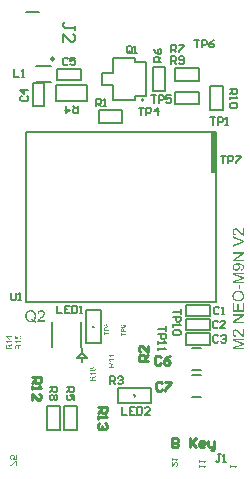
<source format=gto>
G04*
G04 #@! TF.GenerationSoftware,Altium Limited,Altium Designer,23.6.0 (18)*
G04*
G04 Layer_Color=65535*
%FSLAX44Y44*%
%MOMM*%
G71*
G04*
G04 #@! TF.SameCoordinates,B62FFF2A-40BB-47C2-B022-6C0D6E2DF31E*
G04*
G04*
G04 #@! TF.FilePolarity,Positive*
G04*
G01*
G75*
%ADD10C,0.2500*%
%ADD11C,0.1778*%
%ADD12C,0.1270*%
%ADD13C,0.2000*%
%ADD14C,0.0762*%
%ADD15C,0.1524*%
%ADD16C,0.1000*%
%ADD17C,0.2540*%
%ADD18C,0.1780*%
%ADD19R,0.1010X0.0691*%
%ADD20R,0.0691X0.1010*%
%ADD21R,0.4500X3.4755*%
G36*
X15277Y138147D02*
X16445D01*
Y137549D01*
X15277D01*
Y135431D01*
X14728D01*
X11576Y137661D01*
Y138147D01*
X14728D01*
Y138808D01*
X15277D01*
Y138147D01*
D02*
G37*
G36*
X16445Y133503D02*
X12639D01*
X12646Y133496D01*
X12674Y133461D01*
X12716Y133419D01*
X12765Y133348D01*
X12829Y133271D01*
X12899Y133172D01*
X12976Y133060D01*
X13054Y132933D01*
Y132926D01*
X13061Y132919D01*
X13089Y132877D01*
X13124Y132807D01*
X13166Y132722D01*
X13216Y132624D01*
X13265Y132518D01*
X13314Y132413D01*
X13356Y132307D01*
X12779D01*
Y132314D01*
X12765Y132328D01*
X12758Y132356D01*
X12737Y132391D01*
X12716Y132434D01*
X12688Y132483D01*
X12617Y132603D01*
X12540Y132743D01*
X12442Y132884D01*
X12329Y133032D01*
X12209Y133179D01*
X12202Y133186D01*
X12195Y133194D01*
X12174Y133215D01*
X12153Y133243D01*
X12083Y133306D01*
X11998Y133391D01*
X11900Y133475D01*
X11787Y133566D01*
X11675Y133644D01*
X11555Y133714D01*
Y134101D01*
X16445D01*
Y133503D01*
D02*
G37*
G36*
Y130668D02*
X15432Y130027D01*
X15425D01*
X15411Y130013D01*
X15390Y129999D01*
X15361Y129978D01*
X15284Y129929D01*
X15186Y129866D01*
X15080Y129788D01*
X14967Y129711D01*
X14862Y129633D01*
X14763Y129563D01*
X14756Y129556D01*
X14728Y129535D01*
X14686Y129500D01*
X14637Y129450D01*
X14531Y129345D01*
X14482Y129289D01*
X14440Y129232D01*
X14433Y129225D01*
X14426Y129211D01*
X14412Y129183D01*
X14390Y129141D01*
X14369Y129099D01*
X14348Y129049D01*
X14313Y128937D01*
Y128930D01*
X14306Y128916D01*
Y128888D01*
X14299Y128852D01*
X14292Y128803D01*
Y128747D01*
X14285Y128670D01*
Y127839D01*
X16445D01*
Y127192D01*
X11576D01*
Y129450D01*
X11583Y129507D01*
Y129570D01*
X11590Y129718D01*
X11611Y129873D01*
X11632Y130041D01*
X11668Y130196D01*
X11689Y130274D01*
X11710Y130337D01*
Y130344D01*
X11717Y130351D01*
X11738Y130393D01*
X11766Y130457D01*
X11815Y130534D01*
X11879Y130618D01*
X11963Y130710D01*
X12062Y130794D01*
X12174Y130879D01*
X12181D01*
X12188Y130886D01*
X12230Y130914D01*
X12301Y130942D01*
X12392Y130984D01*
X12498Y131019D01*
X12624Y131055D01*
X12758Y131076D01*
X12906Y131083D01*
X12913D01*
X12927D01*
X12955D01*
X12990Y131076D01*
X13040D01*
X13089Y131069D01*
X13209Y131040D01*
X13349Y130998D01*
X13497Y130942D01*
X13645Y130858D01*
X13715Y130801D01*
X13785Y130745D01*
X13792Y130738D01*
X13800Y130731D01*
X13821Y130710D01*
X13842Y130682D01*
X13870Y130646D01*
X13898Y130604D01*
X13933Y130548D01*
X13975Y130492D01*
X14010Y130421D01*
X14046Y130344D01*
X14088Y130260D01*
X14123Y130168D01*
X14151Y130063D01*
X14186Y129957D01*
X14208Y129837D01*
X14229Y129711D01*
X14236Y129725D01*
X14250Y129753D01*
X14278Y129795D01*
X14306Y129852D01*
X14383Y129978D01*
X14433Y130041D01*
X14475Y130098D01*
X14489Y130112D01*
X14524Y130147D01*
X14580Y130203D01*
X14651Y130274D01*
X14749Y130351D01*
X14855Y130442D01*
X14981Y130534D01*
X15122Y130632D01*
X16445Y131470D01*
Y130668D01*
D02*
G37*
G36*
X22869Y138829D02*
X22925Y138822D01*
X22989Y138815D01*
X23066Y138801D01*
X23143Y138787D01*
X23326Y138745D01*
X23516Y138674D01*
X23615Y138632D01*
X23706Y138576D01*
X23805Y138520D01*
X23896Y138449D01*
X23903Y138442D01*
X23924Y138428D01*
X23952Y138400D01*
X23988Y138365D01*
X24030Y138315D01*
X24086Y138259D01*
X24135Y138189D01*
X24192Y138111D01*
X24248Y138027D01*
X24297Y137929D01*
X24346Y137823D01*
X24396Y137711D01*
X24431Y137591D01*
X24459Y137457D01*
X24480Y137317D01*
X24487Y137169D01*
Y137105D01*
X24480Y137056D01*
X24473Y137000D01*
X24466Y136937D01*
X24459Y136859D01*
X24438Y136782D01*
X24396Y136606D01*
X24332Y136430D01*
X24290Y136339D01*
X24241Y136247D01*
X24185Y136163D01*
X24121Y136078D01*
X24114Y136071D01*
X24107Y136057D01*
X24079Y136043D01*
X24051Y136015D01*
X24016Y135980D01*
X23974Y135944D01*
X23917Y135902D01*
X23854Y135867D01*
X23791Y135825D01*
X23713Y135783D01*
X23544Y135705D01*
X23347Y135642D01*
X23242Y135621D01*
X23129Y135607D01*
X23080Y136233D01*
X23087D01*
X23101D01*
X23122Y136240D01*
X23157Y136247D01*
X23235Y136268D01*
X23340Y136296D01*
X23446Y136339D01*
X23565Y136395D01*
X23671Y136465D01*
X23770Y136550D01*
X23777Y136564D01*
X23805Y136592D01*
X23840Y136648D01*
X23882Y136726D01*
X23924Y136810D01*
X23960Y136915D01*
X23988Y137035D01*
X23995Y137169D01*
Y137211D01*
X23988Y137239D01*
X23981Y137324D01*
X23952Y137422D01*
X23917Y137542D01*
X23861Y137661D01*
X23777Y137788D01*
X23727Y137844D01*
X23671Y137900D01*
X23664Y137907D01*
X23657Y137914D01*
X23636Y137929D01*
X23615Y137950D01*
X23537Y137999D01*
X23439Y138055D01*
X23319Y138104D01*
X23172Y138154D01*
X22996Y138189D01*
X22904Y138203D01*
X22806D01*
X22799D01*
X22785D01*
X22756D01*
X22721Y138196D01*
X22679D01*
X22630Y138189D01*
X22517Y138168D01*
X22383Y138133D01*
X22250Y138083D01*
X22123Y138013D01*
X22004Y137914D01*
X21997D01*
X21989Y137900D01*
X21954Y137865D01*
X21905Y137802D01*
X21849Y137718D01*
X21799Y137605D01*
X21750Y137478D01*
X21715Y137331D01*
X21701Y137246D01*
Y137112D01*
X21708Y137056D01*
X21715Y136986D01*
X21736Y136901D01*
X21757Y136817D01*
X21792Y136726D01*
X21835Y136634D01*
X21842Y136627D01*
X21856Y136599D01*
X21891Y136557D01*
X21926Y136500D01*
X21975Y136444D01*
X22039Y136388D01*
X22102Y136324D01*
X22179Y136275D01*
X22102Y135712D01*
X19597Y136184D01*
Y138604D01*
X20167D01*
Y136655D01*
X21483Y136395D01*
X21476Y136402D01*
X21469Y136416D01*
X21455Y136437D01*
X21434Y136472D01*
X21412Y136514D01*
X21384Y136564D01*
X21328Y136676D01*
X21272Y136817D01*
X21223Y136972D01*
X21187Y137141D01*
X21173Y137225D01*
Y137380D01*
X21180Y137422D01*
X21187Y137478D01*
X21194Y137542D01*
X21209Y137612D01*
X21230Y137689D01*
X21279Y137858D01*
X21314Y137950D01*
X21363Y138041D01*
X21412Y138133D01*
X21469Y138224D01*
X21539Y138308D01*
X21616Y138393D01*
X21624Y138400D01*
X21638Y138414D01*
X21659Y138435D01*
X21694Y138463D01*
X21743Y138498D01*
X21792Y138534D01*
X21856Y138576D01*
X21926Y138618D01*
X22004Y138653D01*
X22088Y138695D01*
X22186Y138731D01*
X22285Y138766D01*
X22390Y138794D01*
X22510Y138815D01*
X22630Y138829D01*
X22756Y138836D01*
X22763D01*
X22785D01*
X22820D01*
X22869Y138829D01*
D02*
G37*
G36*
X24403Y133475D02*
X20596D01*
X20603Y133468D01*
X20631Y133433D01*
X20674Y133391D01*
X20723Y133320D01*
X20786Y133243D01*
X20857Y133144D01*
X20934Y133032D01*
X21012Y132905D01*
Y132898D01*
X21019Y132891D01*
X21047Y132849D01*
X21082Y132778D01*
X21124Y132694D01*
X21173Y132595D01*
X21223Y132490D01*
X21272Y132384D01*
X21314Y132279D01*
X20737D01*
Y132286D01*
X20723Y132300D01*
X20716Y132328D01*
X20695Y132363D01*
X20674Y132406D01*
X20646Y132455D01*
X20575Y132574D01*
X20498Y132715D01*
X20399Y132856D01*
X20287Y133004D01*
X20167Y133151D01*
X20160Y133158D01*
X20153Y133165D01*
X20132Y133186D01*
X20111Y133215D01*
X20041Y133278D01*
X19956Y133362D01*
X19858Y133447D01*
X19745Y133538D01*
X19632Y133616D01*
X19513Y133686D01*
Y134073D01*
X24403D01*
Y133475D01*
D02*
G37*
G36*
Y130639D02*
X23390Y129999D01*
X23382D01*
X23368Y129985D01*
X23347Y129971D01*
X23319Y129950D01*
X23242Y129901D01*
X23143Y129837D01*
X23038Y129760D01*
X22925Y129683D01*
X22820Y129605D01*
X22721Y129535D01*
X22714Y129528D01*
X22686Y129507D01*
X22644Y129472D01*
X22594Y129422D01*
X22489Y129317D01*
X22440Y129261D01*
X22397Y129204D01*
X22390Y129197D01*
X22383Y129183D01*
X22369Y129155D01*
X22348Y129113D01*
X22327Y129071D01*
X22306Y129021D01*
X22271Y128909D01*
Y128902D01*
X22264Y128888D01*
Y128859D01*
X22257Y128824D01*
X22250Y128775D01*
Y128719D01*
X22243Y128641D01*
Y127811D01*
X24403D01*
Y127164D01*
X19534D01*
Y129422D01*
X19541Y129479D01*
Y129542D01*
X19548Y129690D01*
X19569Y129844D01*
X19590Y130013D01*
X19625Y130168D01*
X19647Y130246D01*
X19668Y130309D01*
Y130316D01*
X19675Y130323D01*
X19696Y130365D01*
X19724Y130428D01*
X19773Y130506D01*
X19836Y130590D01*
X19921Y130682D01*
X20019Y130766D01*
X20132Y130851D01*
X20139D01*
X20146Y130858D01*
X20188Y130886D01*
X20259Y130914D01*
X20350Y130956D01*
X20456Y130991D01*
X20582Y131026D01*
X20716Y131048D01*
X20864Y131055D01*
X20871D01*
X20885D01*
X20913D01*
X20948Y131048D01*
X20997D01*
X21047Y131040D01*
X21166Y131012D01*
X21307Y130970D01*
X21455Y130914D01*
X21602Y130829D01*
X21673Y130773D01*
X21743Y130717D01*
X21750Y130710D01*
X21757Y130703D01*
X21778Y130682D01*
X21799Y130654D01*
X21828Y130618D01*
X21856Y130576D01*
X21891Y130520D01*
X21933Y130464D01*
X21968Y130393D01*
X22004Y130316D01*
X22046Y130231D01*
X22081Y130140D01*
X22109Y130034D01*
X22144Y129929D01*
X22165Y129809D01*
X22186Y129683D01*
X22194Y129697D01*
X22208Y129725D01*
X22236Y129767D01*
X22264Y129823D01*
X22341Y129950D01*
X22390Y130013D01*
X22433Y130070D01*
X22447Y130084D01*
X22482Y130119D01*
X22538Y130175D01*
X22609Y130246D01*
X22707Y130323D01*
X22813Y130414D01*
X22939Y130506D01*
X23080Y130604D01*
X24403Y131442D01*
Y130639D01*
D02*
G37*
G36*
X41804Y160202D02*
X41917Y160188D01*
X42058Y160174D01*
X42213Y160145D01*
X42368Y160117D01*
X42735Y160019D01*
X43101Y159878D01*
X43284Y159793D01*
X43468Y159694D01*
X43637Y159567D01*
X43792Y159426D01*
X43806Y159412D01*
X43834Y159398D01*
X43862Y159342D01*
X43919Y159285D01*
X43989Y159215D01*
X44060Y159116D01*
X44130Y159018D01*
X44215Y158891D01*
X44356Y158623D01*
X44497Y158285D01*
X44553Y158115D01*
X44581Y157918D01*
X44610Y157721D01*
X44624Y157509D01*
Y157481D01*
Y157411D01*
X44610Y157298D01*
X44595Y157143D01*
X44567Y156974D01*
X44511Y156776D01*
X44454Y156565D01*
X44370Y156353D01*
X44356Y156325D01*
X44328Y156255D01*
X44271Y156142D01*
X44187Y155987D01*
X44074Y155818D01*
X43933Y155606D01*
X43764Y155395D01*
X43566Y155155D01*
X43538Y155127D01*
X43468Y155042D01*
X43397Y154972D01*
X43327Y154901D01*
X43242Y154817D01*
X43129Y154704D01*
X43017Y154591D01*
X42876Y154464D01*
X42735Y154323D01*
X42565Y154168D01*
X42382Y154013D01*
X42185Y153830D01*
X41959Y153647D01*
X41734Y153449D01*
X41720Y153435D01*
X41691Y153407D01*
X41635Y153365D01*
X41565Y153308D01*
X41480Y153224D01*
X41381Y153139D01*
X41156Y152956D01*
X40916Y152745D01*
X40691Y152533D01*
X40493Y152350D01*
X40409Y152279D01*
X40338Y152209D01*
X40324Y152195D01*
X40282Y152152D01*
X40225Y152096D01*
X40155Y152011D01*
X40084Y151913D01*
X40000Y151814D01*
X39831Y151574D01*
X44638D01*
Y150419D01*
X38167D01*
Y150433D01*
Y150489D01*
Y150574D01*
X38181Y150686D01*
X38195Y150813D01*
X38224Y150954D01*
X38252Y151095D01*
X38308Y151250D01*
Y151264D01*
X38322Y151278D01*
X38351Y151363D01*
X38407Y151490D01*
X38491Y151659D01*
X38604Y151856D01*
X38745Y152082D01*
X38900Y152308D01*
X39098Y152547D01*
Y152561D01*
X39126Y152575D01*
X39196Y152660D01*
X39323Y152787D01*
X39506Y152970D01*
X39718Y153181D01*
X39986Y153435D01*
X40310Y153717D01*
X40662Y154013D01*
X40676Y154027D01*
X40733Y154070D01*
X40817Y154140D01*
X40916Y154225D01*
X41043Y154337D01*
X41198Y154464D01*
X41353Y154605D01*
X41536Y154760D01*
X41889Y155099D01*
X42241Y155437D01*
X42410Y155606D01*
X42565Y155775D01*
X42706Y155930D01*
X42819Y156086D01*
Y156100D01*
X42847Y156114D01*
X42876Y156156D01*
X42904Y156212D01*
X43003Y156367D01*
X43115Y156551D01*
X43214Y156776D01*
X43313Y157016D01*
X43369Y157284D01*
X43397Y157537D01*
Y157552D01*
Y157566D01*
X43383Y157650D01*
X43369Y157791D01*
X43327Y157946D01*
X43270Y158144D01*
X43172Y158341D01*
X43045Y158538D01*
X42876Y158736D01*
X42847Y158764D01*
X42777Y158820D01*
X42678Y158891D01*
X42523Y158989D01*
X42326Y159074D01*
X42100Y159159D01*
X41832Y159215D01*
X41536Y159229D01*
X41452D01*
X41395Y159215D01*
X41226Y159201D01*
X41029Y159159D01*
X40817Y159102D01*
X40578Y159003D01*
X40352Y158877D01*
X40141Y158708D01*
X40113Y158679D01*
X40056Y158609D01*
X39972Y158496D01*
X39887Y158327D01*
X39788Y158130D01*
X39704Y157876D01*
X39647Y157594D01*
X39619Y157270D01*
X38393Y157396D01*
Y157411D01*
X38407Y157453D01*
Y157523D01*
X38421Y157622D01*
X38449Y157735D01*
X38477Y157862D01*
X38520Y158017D01*
X38562Y158172D01*
X38675Y158510D01*
X38844Y158848D01*
X38943Y159018D01*
X39069Y159187D01*
X39196Y159342D01*
X39337Y159483D01*
X39351Y159497D01*
X39380Y159511D01*
X39422Y159553D01*
X39492Y159596D01*
X39577Y159652D01*
X39676Y159708D01*
X39788Y159779D01*
X39929Y159849D01*
X40084Y159920D01*
X40254Y159990D01*
X40437Y160047D01*
X40634Y160103D01*
X40846Y160145D01*
X41071Y160188D01*
X41311Y160202D01*
X41565Y160216D01*
X41706D01*
X41804Y160202D01*
D02*
G37*
G36*
X32655Y160329D02*
X32782D01*
X32909Y160315D01*
X33078Y160286D01*
X33247Y160258D01*
X33614Y160188D01*
X34037Y160075D01*
X34446Y159906D01*
X34657Y159807D01*
X34869Y159694D01*
X34883Y159680D01*
X34911Y159666D01*
X34967Y159624D01*
X35052Y159581D01*
X35136Y159511D01*
X35249Y159426D01*
X35489Y159229D01*
X35742Y158975D01*
X36024Y158665D01*
X36292Y158299D01*
X36518Y157890D01*
Y157876D01*
X36546Y157833D01*
X36574Y157777D01*
X36602Y157692D01*
X36659Y157580D01*
X36701Y157453D01*
X36758Y157298D01*
X36814Y157129D01*
X36856Y156945D01*
X36913Y156748D01*
X36969Y156537D01*
X37011Y156311D01*
X37068Y155818D01*
X37096Y155296D01*
Y155282D01*
Y155240D01*
Y155183D01*
Y155099D01*
X37082Y154986D01*
Y154859D01*
X37068Y154718D01*
X37054Y154577D01*
X37011Y154239D01*
X36941Y153872D01*
X36856Y153492D01*
X36729Y153125D01*
Y153111D01*
X36715Y153083D01*
X36687Y153026D01*
X36659Y152970D01*
X36617Y152885D01*
X36574Y152787D01*
X36462Y152561D01*
X36306Y152293D01*
X36109Y152011D01*
X35884Y151729D01*
X35630Y151448D01*
X35644D01*
X35672Y151419D01*
X35714Y151391D01*
X35785Y151349D01*
X35855Y151292D01*
X35954Y151236D01*
X36165Y151109D01*
X36419Y150954D01*
X36701Y150799D01*
X36997Y150672D01*
X37279Y150545D01*
X36899Y149657D01*
X36884D01*
X36856Y149671D01*
X36800Y149699D01*
X36715Y149728D01*
X36617Y149770D01*
X36504Y149826D01*
X36377Y149883D01*
X36236Y149953D01*
X35926Y150122D01*
X35573Y150320D01*
X35193Y150574D01*
X34798Y150856D01*
X34784D01*
X34756Y150827D01*
X34685Y150799D01*
X34615Y150757D01*
X34502Y150715D01*
X34389Y150658D01*
X34248Y150616D01*
X34093Y150559D01*
X33924Y150503D01*
X33741Y150447D01*
X33332Y150348D01*
X32881Y150278D01*
X32641Y150263D01*
X32402Y150249D01*
X32275D01*
X32176Y150263D01*
X32063D01*
X31922Y150278D01*
X31767Y150306D01*
X31598Y150334D01*
X31232Y150404D01*
X30823Y150517D01*
X30400Y150672D01*
X30202Y150771D01*
X29991Y150884D01*
X29977Y150898D01*
X29949Y150912D01*
X29892Y150954D01*
X29822Y150996D01*
X29723Y151067D01*
X29625Y151152D01*
X29385Y151349D01*
X29117Y151603D01*
X28849Y151913D01*
X28581Y152265D01*
X28342Y152674D01*
Y152688D01*
X28313Y152730D01*
X28285Y152787D01*
X28257Y152871D01*
X28215Y152984D01*
X28158Y153111D01*
X28102Y153266D01*
X28060Y153435D01*
X28003Y153618D01*
X27947Y153816D01*
X27905Y154027D01*
X27848Y154267D01*
X27792Y154760D01*
X27764Y155282D01*
Y155296D01*
Y155352D01*
Y155423D01*
X27778Y155522D01*
Y155648D01*
X27792Y155803D01*
X27806Y155973D01*
X27834Y156156D01*
X27905Y156565D01*
X28003Y157002D01*
X28144Y157467D01*
X28342Y157918D01*
X28356Y157932D01*
X28370Y157975D01*
X28398Y158031D01*
X28454Y158115D01*
X28511Y158214D01*
X28581Y158327D01*
X28779Y158595D01*
X29004Y158877D01*
X29300Y159173D01*
X29625Y159469D01*
X30005Y159722D01*
X30019Y159737D01*
X30062Y159751D01*
X30118Y159779D01*
X30202Y159821D01*
X30301Y159864D01*
X30414Y159920D01*
X30555Y159976D01*
X30710Y160033D01*
X30893Y160089D01*
X31076Y160145D01*
X31485Y160244D01*
X31936Y160315D01*
X32176Y160343D01*
X32557D01*
X32655Y160329D01*
D02*
G37*
G36*
X213000Y223274D02*
X212986D01*
X212931D01*
X212847D01*
X212736Y223288D01*
X212612Y223302D01*
X212473Y223330D01*
X212334Y223358D01*
X212182Y223413D01*
X212168D01*
X212154Y223427D01*
X212071Y223455D01*
X211946Y223510D01*
X211780Y223593D01*
X211585Y223704D01*
X211364Y223843D01*
X211142Y223996D01*
X210906Y224190D01*
X210892D01*
X210878Y224217D01*
X210795Y224287D01*
X210670Y224412D01*
X210490Y224592D01*
X210282Y224800D01*
X210032Y225063D01*
X209755Y225382D01*
X209464Y225729D01*
X209450Y225743D01*
X209408Y225798D01*
X209339Y225882D01*
X209256Y225979D01*
X209145Y226104D01*
X209020Y226256D01*
X208881Y226409D01*
X208729Y226589D01*
X208396Y226936D01*
X208063Y227282D01*
X207896Y227449D01*
X207730Y227601D01*
X207577Y227740D01*
X207425Y227851D01*
X207411D01*
X207397Y227879D01*
X207356Y227906D01*
X207300Y227934D01*
X207148Y228031D01*
X206967Y228142D01*
X206745Y228239D01*
X206510Y228336D01*
X206246Y228392D01*
X205996Y228420D01*
X205983D01*
X205969D01*
X205886Y228406D01*
X205747Y228392D01*
X205594Y228350D01*
X205400Y228295D01*
X205206Y228198D01*
X205012Y228073D01*
X204818Y227906D01*
X204790Y227879D01*
X204734Y227809D01*
X204665Y227712D01*
X204568Y227560D01*
X204485Y227366D01*
X204402Y227144D01*
X204346Y226880D01*
X204332Y226589D01*
Y226506D01*
X204346Y226450D01*
X204360Y226284D01*
X204402Y226090D01*
X204457Y225882D01*
X204554Y225646D01*
X204679Y225424D01*
X204845Y225216D01*
X204873Y225188D01*
X204942Y225133D01*
X205053Y225050D01*
X205220Y224966D01*
X205414Y224869D01*
X205664Y224786D01*
X205941Y224731D01*
X206260Y224703D01*
X206135Y223496D01*
X206121D01*
X206080Y223510D01*
X206010D01*
X205913Y223524D01*
X205802Y223552D01*
X205678Y223580D01*
X205525Y223621D01*
X205372Y223663D01*
X205040Y223774D01*
X204707Y223940D01*
X204540Y224037D01*
X204374Y224162D01*
X204221Y224287D01*
X204083Y224426D01*
X204069Y224439D01*
X204055Y224467D01*
X204013Y224509D01*
X203972Y224578D01*
X203916Y224661D01*
X203861Y224758D01*
X203791Y224869D01*
X203722Y225008D01*
X203653Y225161D01*
X203583Y225327D01*
X203528Y225507D01*
X203472Y225701D01*
X203431Y225909D01*
X203389Y226131D01*
X203375Y226367D01*
X203361Y226617D01*
Y226755D01*
X203375Y226852D01*
X203389Y226963D01*
X203403Y227102D01*
X203431Y227255D01*
X203458Y227407D01*
X203556Y227768D01*
X203694Y228128D01*
X203778Y228309D01*
X203875Y228489D01*
X203999Y228655D01*
X204138Y228808D01*
X204152Y228822D01*
X204166Y228850D01*
X204221Y228877D01*
X204277Y228933D01*
X204346Y229002D01*
X204443Y229071D01*
X204540Y229141D01*
X204665Y229224D01*
X204929Y229363D01*
X205261Y229501D01*
X205428Y229557D01*
X205622Y229585D01*
X205816Y229612D01*
X206024Y229626D01*
X206052D01*
X206121D01*
X206232Y229612D01*
X206385Y229598D01*
X206551Y229571D01*
X206745Y229515D01*
X206953Y229460D01*
X207161Y229377D01*
X207189Y229363D01*
X207258Y229335D01*
X207369Y229279D01*
X207522Y229196D01*
X207688Y229085D01*
X207896Y228947D01*
X208104Y228780D01*
X208340Y228586D01*
X208368Y228558D01*
X208451Y228489D01*
X208521Y228420D01*
X208590Y228350D01*
X208673Y228267D01*
X208784Y228156D01*
X208895Y228045D01*
X209020Y227906D01*
X209158Y227768D01*
X209311Y227601D01*
X209464Y227421D01*
X209644Y227227D01*
X209824Y227005D01*
X210018Y226783D01*
X210032Y226769D01*
X210060Y226742D01*
X210102Y226686D01*
X210157Y226617D01*
X210240Y226534D01*
X210323Y226436D01*
X210504Y226215D01*
X210712Y225979D01*
X210920Y225757D01*
X211100Y225563D01*
X211169Y225480D01*
X211239Y225410D01*
X211253Y225396D01*
X211294Y225355D01*
X211350Y225299D01*
X211433Y225230D01*
X211530Y225161D01*
X211627Y225077D01*
X211863Y224911D01*
Y229640D01*
X213000D01*
Y223274D01*
D02*
G37*
G36*
Y219031D02*
Y217699D01*
X203403Y213983D01*
Y215369D01*
X210379Y217866D01*
X210393D01*
X210420Y217880D01*
X210462Y217894D01*
X210518Y217921D01*
X210601Y217935D01*
X210684Y217963D01*
X210892Y218032D01*
X211128Y218115D01*
X211391Y218199D01*
X211946Y218365D01*
X211932D01*
X211904Y218379D01*
X211863Y218393D01*
X211807Y218407D01*
X211655Y218448D01*
X211447Y218518D01*
X211211Y218587D01*
X210947Y218670D01*
X210670Y218767D01*
X210379Y218878D01*
X203403Y221485D01*
Y222775D01*
X213000Y219031D01*
D02*
G37*
G36*
Y207797D02*
X205469Y202777D01*
X213000D01*
Y201556D01*
X203403D01*
Y202860D01*
X210947Y207894D01*
X203403D01*
Y209115D01*
X213000D01*
Y207797D01*
D02*
G37*
G36*
X208465Y199920D02*
X208645D01*
X208853Y199906D01*
X209061Y199878D01*
X209533Y199837D01*
X210032Y199767D01*
X210504Y199670D01*
X210739Y199601D01*
X210947Y199532D01*
X210961D01*
X210989Y199518D01*
X211045Y199490D01*
X211128Y199462D01*
X211211Y199421D01*
X211322Y199365D01*
X211558Y199227D01*
X211821Y199060D01*
X212099Y198866D01*
X212362Y198616D01*
X212598Y198339D01*
Y198325D01*
X212626Y198297D01*
X212653Y198256D01*
X212681Y198200D01*
X212723Y198117D01*
X212778Y198034D01*
X212834Y197923D01*
X212875Y197812D01*
X212986Y197549D01*
X213083Y197230D01*
X213139Y196883D01*
X213166Y196495D01*
Y196384D01*
X213153Y196314D01*
Y196217D01*
X213139Y196106D01*
X213083Y195843D01*
X213014Y195551D01*
X212903Y195246D01*
X212750Y194941D01*
X212653Y194789D01*
X212542Y194650D01*
X212528Y194636D01*
X212515Y194622D01*
X212473Y194581D01*
X212431Y194539D01*
X212362Y194484D01*
X212279Y194414D01*
X212085Y194276D01*
X211835Y194137D01*
X211530Y193998D01*
X211183Y193887D01*
X210781Y193804D01*
X210684Y194941D01*
X210698D01*
X210726Y194955D01*
X210753D01*
X210809Y194969D01*
X210961Y195011D01*
X211128Y195066D01*
X211322Y195135D01*
X211516Y195233D01*
X211696Y195343D01*
X211849Y195482D01*
X211863Y195496D01*
X211904Y195551D01*
X211960Y195649D01*
X212015Y195760D01*
X212085Y195912D01*
X212140Y196092D01*
X212182Y196300D01*
X212196Y196522D01*
Y196619D01*
X212182Y196716D01*
X212168Y196841D01*
X212140Y196994D01*
X212099Y197146D01*
X212043Y197313D01*
X211960Y197465D01*
X211946Y197479D01*
X211918Y197535D01*
X211863Y197618D01*
X211780Y197701D01*
X211682Y197812D01*
X211572Y197923D01*
X211447Y198034D01*
X211294Y198145D01*
X211280Y198159D01*
X211211Y198186D01*
X211114Y198242D01*
X210989Y198297D01*
X210823Y198367D01*
X210629Y198436D01*
X210407Y198505D01*
X210157Y198575D01*
X210143D01*
X210129Y198589D01*
X210088D01*
X210032Y198603D01*
X209893Y198630D01*
X209713Y198672D01*
X209491Y198700D01*
X209256Y198727D01*
X208992Y198741D01*
X208715Y198755D01*
X208701D01*
X208659D01*
X208590D01*
X208479D01*
X208507Y198741D01*
X208576Y198686D01*
X208673Y198603D01*
X208812Y198505D01*
X208950Y198367D01*
X209103Y198200D01*
X209256Y198006D01*
X209394Y197784D01*
X209408Y197757D01*
X209450Y197673D01*
X209505Y197549D01*
X209561Y197396D01*
X209630Y197188D01*
X209685Y196966D01*
X209727Y196716D01*
X209741Y196453D01*
Y196342D01*
X209727Y196259D01*
X209713Y196148D01*
X209699Y196037D01*
X209672Y195898D01*
X209630Y195760D01*
X209533Y195441D01*
X209464Y195274D01*
X209380Y195108D01*
X209283Y194927D01*
X209158Y194761D01*
X209034Y194595D01*
X208881Y194442D01*
X208867Y194428D01*
X208839Y194400D01*
X208798Y194373D01*
X208729Y194317D01*
X208631Y194248D01*
X208534Y194179D01*
X208410Y194109D01*
X208271Y194040D01*
X208118Y193957D01*
X207952Y193887D01*
X207758Y193818D01*
X207564Y193749D01*
X207342Y193693D01*
X207106Y193665D01*
X206870Y193638D01*
X206607Y193624D01*
X206593D01*
X206537D01*
X206468D01*
X206371Y193638D01*
X206246Y193652D01*
X206094Y193665D01*
X205941Y193693D01*
X205761Y193735D01*
X205400Y193832D01*
X205206Y193901D01*
X204998Y193984D01*
X204804Y194081D01*
X204624Y194206D01*
X204429Y194331D01*
X204263Y194484D01*
X204249Y194498D01*
X204221Y194525D01*
X204180Y194567D01*
X204124Y194636D01*
X204055Y194719D01*
X203972Y194830D01*
X203902Y194941D01*
X203805Y195080D01*
X203722Y195219D01*
X203653Y195385D01*
X203500Y195760D01*
X203445Y195954D01*
X203403Y196176D01*
X203375Y196397D01*
X203361Y196633D01*
Y196730D01*
X203375Y196800D01*
Y196869D01*
X203389Y196966D01*
X203431Y197202D01*
X203486Y197465D01*
X203583Y197757D01*
X203708Y198048D01*
X203875Y198339D01*
Y198353D01*
X203902Y198367D01*
X203930Y198408D01*
X203972Y198464D01*
X204083Y198603D01*
X204235Y198783D01*
X204443Y198963D01*
X204693Y199171D01*
X204984Y199351D01*
X205317Y199518D01*
X205331D01*
X205359Y199532D01*
X205414Y199559D01*
X205483Y199587D01*
X205580Y199615D01*
X205705Y199657D01*
X205844Y199684D01*
X205996Y199726D01*
X206177Y199767D01*
X206385Y199809D01*
X206607Y199837D01*
X206842Y199865D01*
X207106Y199892D01*
X207383Y199920D01*
X207688Y199934D01*
X208007D01*
X208021D01*
X208091D01*
X208188D01*
X208312D01*
X208465Y199920D01*
D02*
G37*
G36*
X213000Y190822D02*
X204970D01*
X213000Y188021D01*
Y186884D01*
X204832Y184110D01*
X213000D01*
Y182890D01*
X203403D01*
Y184790D01*
X210212Y187064D01*
X210226D01*
X210254Y187078D01*
X210296Y187092D01*
X210365Y187120D01*
X210531Y187175D01*
X210739Y187244D01*
X210975Y187314D01*
X211211Y187397D01*
X211433Y187466D01*
X211627Y187522D01*
X211599Y187536D01*
X211530Y187549D01*
X211405Y187591D01*
X211239Y187647D01*
X211017Y187716D01*
X210753Y187813D01*
X210448Y187910D01*
X210088Y188035D01*
X203403Y190337D01*
Y192043D01*
X213000D01*
Y190822D01*
D02*
G37*
G36*
X210115Y177842D02*
X208937D01*
Y181489D01*
X210115D01*
Y177842D01*
D02*
G37*
G36*
X208479Y176815D02*
X208604D01*
X208756Y176801D01*
X208923Y176774D01*
X209103Y176760D01*
X209505Y176691D01*
X209949Y176579D01*
X210393Y176427D01*
X210615Y176344D01*
X210837Y176233D01*
X210850D01*
X210892Y176205D01*
X210947Y176177D01*
X211031Y176122D01*
X211128Y176066D01*
X211225Y175997D01*
X211488Y175803D01*
X211766Y175567D01*
X212057Y175290D01*
X212334Y174957D01*
X212584Y174569D01*
Y174555D01*
X212612Y174527D01*
X212639Y174458D01*
X212681Y174375D01*
X212723Y174277D01*
X212764Y174166D01*
X212820Y174028D01*
X212875Y173875D01*
X212931Y173709D01*
X212986Y173528D01*
X213069Y173126D01*
X213139Y172696D01*
X213166Y172239D01*
Y172100D01*
X213153Y172017D01*
Y171892D01*
X213125Y171753D01*
X213111Y171601D01*
X213083Y171420D01*
X213000Y171046D01*
X212889Y170644D01*
X212723Y170228D01*
X212626Y170020D01*
X212515Y169812D01*
X212501Y169798D01*
X212487Y169770D01*
X212445Y169715D01*
X212390Y169632D01*
X212334Y169548D01*
X212251Y169451D01*
X212043Y169215D01*
X211793Y168952D01*
X211488Y168675D01*
X211142Y168425D01*
X210739Y168189D01*
X210726D01*
X210684Y168161D01*
X210629Y168134D01*
X210545Y168106D01*
X210434Y168064D01*
X210310Y168023D01*
X210171Y167967D01*
X210018Y167926D01*
X209838Y167870D01*
X209658Y167815D01*
X209242Y167731D01*
X208812Y167676D01*
X208340Y167648D01*
X208326D01*
X208312D01*
X208229D01*
X208104Y167662D01*
X207938D01*
X207744Y167690D01*
X207508Y167718D01*
X207245Y167759D01*
X206967Y167815D01*
X206676Y167870D01*
X206371Y167953D01*
X206066Y168064D01*
X205747Y168189D01*
X205442Y168328D01*
X205137Y168508D01*
X204859Y168702D01*
X204596Y168924D01*
X204582Y168938D01*
X204540Y168980D01*
X204471Y169063D01*
X204388Y169160D01*
X204277Y169285D01*
X204166Y169437D01*
X204041Y169618D01*
X203916Y169826D01*
X203791Y170047D01*
X203667Y170297D01*
X203556Y170574D01*
X203445Y170866D01*
X203361Y171185D01*
X203292Y171518D01*
X203251Y171864D01*
X203237Y172239D01*
Y172363D01*
X203251Y172461D01*
Y172585D01*
X203264Y172710D01*
X203292Y172877D01*
X203320Y173043D01*
X203389Y173404D01*
X203500Y173820D01*
X203667Y174222D01*
X203764Y174430D01*
X203875Y174638D01*
X203888Y174652D01*
X203902Y174680D01*
X203944Y174735D01*
X203986Y174818D01*
X204055Y174902D01*
X204138Y175012D01*
X204332Y175248D01*
X204582Y175498D01*
X204887Y175775D01*
X205248Y176039D01*
X205650Y176261D01*
X205664D01*
X205705Y176288D01*
X205761Y176316D01*
X205844Y176344D01*
X205955Y176399D01*
X206080Y176441D01*
X206232Y176496D01*
X206399Y176552D01*
X206579Y176593D01*
X206773Y176649D01*
X206995Y176704D01*
X207217Y176746D01*
X207702Y176801D01*
X208229Y176829D01*
X208243D01*
X208299D01*
X208368D01*
X208479Y176815D01*
D02*
G37*
G36*
X213000Y159105D02*
X203403D01*
Y166053D01*
X204540D01*
Y160381D01*
X207467D01*
Y165693D01*
X208604D01*
Y160381D01*
X211863D01*
Y166275D01*
X213000D01*
Y159105D01*
D02*
G37*
G36*
Y155638D02*
X205469Y150618D01*
X213000D01*
Y149397D01*
X203403D01*
Y150701D01*
X210947Y155735D01*
X203403D01*
Y156956D01*
X213000D01*
Y155638D01*
D02*
G37*
G36*
Y137568D02*
X212986D01*
X212931D01*
X212847D01*
X212736Y137582D01*
X212612Y137596D01*
X212473Y137623D01*
X212334Y137651D01*
X212182Y137706D01*
X212168D01*
X212154Y137720D01*
X212071Y137748D01*
X211946Y137803D01*
X211780Y137887D01*
X211585Y137998D01*
X211364Y138136D01*
X211142Y138289D01*
X210906Y138483D01*
X210892D01*
X210878Y138511D01*
X210795Y138580D01*
X210670Y138705D01*
X210490Y138885D01*
X210282Y139093D01*
X210032Y139357D01*
X209755Y139676D01*
X209464Y140022D01*
X209450Y140036D01*
X209408Y140092D01*
X209339Y140175D01*
X209256Y140272D01*
X209145Y140397D01*
X209020Y140549D01*
X208881Y140702D01*
X208729Y140882D01*
X208396Y141229D01*
X208063Y141576D01*
X207896Y141742D01*
X207730Y141895D01*
X207577Y142033D01*
X207425Y142144D01*
X207411D01*
X207397Y142172D01*
X207356Y142200D01*
X207300Y142227D01*
X207148Y142325D01*
X206967Y142436D01*
X206745Y142533D01*
X206510Y142630D01*
X206246Y142685D01*
X205996Y142713D01*
X205983D01*
X205969D01*
X205886Y142699D01*
X205747Y142685D01*
X205594Y142644D01*
X205400Y142588D01*
X205206Y142491D01*
X205012Y142366D01*
X204818Y142200D01*
X204790Y142172D01*
X204734Y142103D01*
X204665Y142006D01*
X204568Y141853D01*
X204485Y141659D01*
X204402Y141437D01*
X204346Y141173D01*
X204332Y140882D01*
Y140799D01*
X204346Y140744D01*
X204360Y140577D01*
X204402Y140383D01*
X204457Y140175D01*
X204554Y139939D01*
X204679Y139717D01*
X204845Y139509D01*
X204873Y139482D01*
X204942Y139426D01*
X205053Y139343D01*
X205220Y139260D01*
X205414Y139163D01*
X205664Y139079D01*
X205941Y139024D01*
X206260Y138996D01*
X206135Y137790D01*
X206121D01*
X206080Y137803D01*
X206010D01*
X205913Y137817D01*
X205802Y137845D01*
X205678Y137873D01*
X205525Y137914D01*
X205372Y137956D01*
X205040Y138067D01*
X204707Y138233D01*
X204540Y138330D01*
X204374Y138455D01*
X204221Y138580D01*
X204083Y138719D01*
X204069Y138733D01*
X204055Y138760D01*
X204013Y138802D01*
X203972Y138871D01*
X203916Y138955D01*
X203861Y139052D01*
X203791Y139163D01*
X203722Y139301D01*
X203653Y139454D01*
X203583Y139620D01*
X203528Y139801D01*
X203472Y139995D01*
X203431Y140203D01*
X203389Y140425D01*
X203375Y140660D01*
X203361Y140910D01*
Y141049D01*
X203375Y141146D01*
X203389Y141257D01*
X203403Y141395D01*
X203431Y141548D01*
X203458Y141700D01*
X203556Y142061D01*
X203694Y142422D01*
X203778Y142602D01*
X203875Y142782D01*
X203999Y142949D01*
X204138Y143101D01*
X204152Y143115D01*
X204166Y143143D01*
X204221Y143171D01*
X204277Y143226D01*
X204346Y143295D01*
X204443Y143365D01*
X204540Y143434D01*
X204665Y143517D01*
X204929Y143656D01*
X205261Y143795D01*
X205428Y143850D01*
X205622Y143878D01*
X205816Y143906D01*
X206024Y143919D01*
X206052D01*
X206121D01*
X206232Y143906D01*
X206385Y143892D01*
X206551Y143864D01*
X206745Y143808D01*
X206953Y143753D01*
X207161Y143670D01*
X207189Y143656D01*
X207258Y143628D01*
X207369Y143573D01*
X207522Y143490D01*
X207688Y143379D01*
X207896Y143240D01*
X208104Y143074D01*
X208340Y142879D01*
X208368Y142852D01*
X208451Y142782D01*
X208521Y142713D01*
X208590Y142644D01*
X208673Y142560D01*
X208784Y142449D01*
X208895Y142338D01*
X209020Y142200D01*
X209158Y142061D01*
X209311Y141895D01*
X209464Y141714D01*
X209644Y141520D01*
X209824Y141298D01*
X210018Y141076D01*
X210032Y141063D01*
X210060Y141035D01*
X210102Y140979D01*
X210157Y140910D01*
X210240Y140827D01*
X210323Y140730D01*
X210504Y140508D01*
X210712Y140272D01*
X210920Y140050D01*
X211100Y139856D01*
X211169Y139773D01*
X211239Y139704D01*
X211253Y139690D01*
X211294Y139648D01*
X211350Y139593D01*
X211433Y139523D01*
X211530Y139454D01*
X211627Y139371D01*
X211863Y139204D01*
Y143933D01*
X213000D01*
Y137568D01*
D02*
G37*
G36*
Y134933D02*
X204970D01*
X213000Y132131D01*
Y130994D01*
X204832Y128220D01*
X213000D01*
Y127000D01*
X203403D01*
Y128900D01*
X210212Y131174D01*
X210226D01*
X210254Y131188D01*
X210296Y131202D01*
X210365Y131230D01*
X210531Y131285D01*
X210739Y131355D01*
X210975Y131424D01*
X211211Y131507D01*
X211433Y131577D01*
X211627Y131632D01*
X211599Y131646D01*
X211530Y131660D01*
X211405Y131701D01*
X211239Y131757D01*
X211017Y131826D01*
X210753Y131923D01*
X210448Y132020D01*
X210088Y132145D01*
X203403Y134447D01*
Y136153D01*
X213000D01*
Y134933D01*
D02*
G37*
G36*
X85946Y111812D02*
X85989D01*
X86101Y111791D01*
X86235Y111769D01*
X86376Y111734D01*
X86530Y111685D01*
X86678Y111615D01*
X86685D01*
X86692Y111608D01*
X86713Y111594D01*
X86741Y111579D01*
X86812Y111537D01*
X86903Y111474D01*
X87002Y111396D01*
X87100Y111305D01*
X87199Y111192D01*
X87283Y111073D01*
Y111066D01*
X87290Y111059D01*
X87304Y111038D01*
X87311Y111010D01*
X87346Y110939D01*
X87382Y110848D01*
X87424Y110728D01*
X87452Y110594D01*
X87480Y110447D01*
X87487Y110285D01*
Y110250D01*
X87480Y110214D01*
Y110158D01*
X87473Y110095D01*
X87459Y110024D01*
X87438Y109940D01*
X87417Y109856D01*
X87389Y109757D01*
X87353Y109659D01*
X87311Y109560D01*
X87255Y109455D01*
X87192Y109356D01*
X87121Y109258D01*
X87037Y109159D01*
X86938Y109068D01*
X86931Y109061D01*
X86910Y109046D01*
X86882Y109025D01*
X86833Y108997D01*
X86770Y108955D01*
X86699Y108920D01*
X86608Y108878D01*
X86509Y108835D01*
X86390Y108786D01*
X86256Y108744D01*
X86108Y108709D01*
X85946Y108674D01*
X85763Y108638D01*
X85566Y108617D01*
X85355Y108603D01*
X85130Y108596D01*
X85123D01*
X85116D01*
X85095D01*
X85067D01*
X84997Y108603D01*
X84898D01*
X84785Y108610D01*
X84652Y108624D01*
X84504Y108638D01*
X84342Y108659D01*
X84180Y108688D01*
X84004Y108723D01*
X83836Y108765D01*
X83667Y108814D01*
X83505Y108878D01*
X83350Y108948D01*
X83202Y109025D01*
X83076Y109117D01*
X83069Y109124D01*
X83055Y109138D01*
X83027Y109166D01*
X82984Y109201D01*
X82942Y109243D01*
X82900Y109300D01*
X82844Y109370D01*
X82794Y109440D01*
X82745Y109525D01*
X82689Y109616D01*
X82647Y109722D01*
X82597Y109827D01*
X82562Y109947D01*
X82534Y110074D01*
X82520Y110207D01*
X82513Y110348D01*
Y110404D01*
X82520Y110447D01*
Y110496D01*
X82527Y110552D01*
X82555Y110686D01*
X82590Y110834D01*
X82647Y110988D01*
X82731Y111143D01*
X82780Y111221D01*
X82837Y111291D01*
X82844Y111298D01*
X82851Y111305D01*
X82872Y111326D01*
X82893Y111347D01*
X82928Y111382D01*
X82970Y111411D01*
X83069Y111488D01*
X83195Y111565D01*
X83350Y111636D01*
X83526Y111699D01*
X83723Y111741D01*
X83772Y111143D01*
X83765D01*
X83758Y111136D01*
X83716Y111129D01*
X83653Y111108D01*
X83575Y111080D01*
X83491Y111052D01*
X83406Y111010D01*
X83329Y110960D01*
X83266Y110911D01*
X83252Y110897D01*
X83223Y110869D01*
X83181Y110820D01*
X83132Y110749D01*
X83090Y110658D01*
X83048Y110559D01*
X83019Y110440D01*
X83005Y110313D01*
Y110264D01*
X83012Y110207D01*
X83027Y110144D01*
X83048Y110060D01*
X83076Y109975D01*
X83111Y109891D01*
X83167Y109806D01*
X83174Y109792D01*
X83202Y109757D01*
X83252Y109708D01*
X83322Y109644D01*
X83406Y109574D01*
X83505Y109497D01*
X83631Y109426D01*
X83772Y109356D01*
X83779D01*
X83793Y109349D01*
X83814Y109342D01*
X83843Y109328D01*
X83885Y109321D01*
X83934Y109307D01*
X83990Y109293D01*
X84061Y109279D01*
X84138Y109258D01*
X84222Y109243D01*
X84314Y109229D01*
X84412Y109222D01*
X84525Y109208D01*
X84638Y109201D01*
X84764Y109194D01*
X84891D01*
X84884Y109201D01*
X84842Y109229D01*
X84785Y109279D01*
X84715Y109342D01*
X84631Y109412D01*
X84553Y109504D01*
X84476Y109602D01*
X84405Y109715D01*
Y109722D01*
X84398Y109729D01*
X84377Y109771D01*
X84356Y109834D01*
X84321Y109919D01*
X84293Y110017D01*
X84272Y110130D01*
X84251Y110250D01*
X84244Y110376D01*
Y110433D01*
X84251Y110475D01*
X84258Y110531D01*
X84265Y110587D01*
X84279Y110658D01*
X84300Y110728D01*
X84349Y110890D01*
X84384Y110974D01*
X84434Y111059D01*
X84483Y111143D01*
X84539Y111235D01*
X84609Y111319D01*
X84687Y111396D01*
X84694Y111404D01*
X84708Y111418D01*
X84729Y111439D01*
X84764Y111460D01*
X84813Y111495D01*
X84863Y111530D01*
X84926Y111565D01*
X84997Y111608D01*
X85074Y111650D01*
X85158Y111685D01*
X85257Y111720D01*
X85355Y111755D01*
X85461Y111776D01*
X85580Y111798D01*
X85700Y111812D01*
X85827Y111819D01*
X85834D01*
X85848D01*
X85869D01*
X85904D01*
X85946Y111812D01*
D02*
G37*
G36*
X87403Y106493D02*
X83596D01*
X83603Y106486D01*
X83631Y106450D01*
X83674Y106408D01*
X83723Y106338D01*
X83786Y106260D01*
X83857Y106162D01*
X83934Y106049D01*
X84011Y105923D01*
Y105916D01*
X84018Y105908D01*
X84047Y105866D01*
X84082Y105796D01*
X84124Y105711D01*
X84173Y105613D01*
X84222Y105507D01*
X84272Y105402D01*
X84314Y105296D01*
X83737D01*
Y105303D01*
X83723Y105317D01*
X83716Y105346D01*
X83695Y105381D01*
X83674Y105423D01*
X83646Y105472D01*
X83575Y105592D01*
X83498Y105733D01*
X83399Y105873D01*
X83287Y106021D01*
X83167Y106169D01*
X83160Y106176D01*
X83153Y106183D01*
X83132Y106204D01*
X83111Y106232D01*
X83041Y106295D01*
X82956Y106380D01*
X82858Y106464D01*
X82745Y106556D01*
X82632Y106633D01*
X82513Y106704D01*
Y107091D01*
X87403D01*
Y106493D01*
D02*
G37*
G36*
Y103657D02*
X86390Y103017D01*
X86383D01*
X86369Y103003D01*
X86347Y102989D01*
X86319Y102968D01*
X86242Y102918D01*
X86143Y102855D01*
X86038Y102778D01*
X85925Y102700D01*
X85820Y102623D01*
X85721Y102552D01*
X85714Y102545D01*
X85686Y102524D01*
X85644Y102489D01*
X85595Y102440D01*
X85489Y102334D01*
X85440Y102278D01*
X85398Y102222D01*
X85391Y102215D01*
X85383Y102201D01*
X85369Y102172D01*
X85348Y102130D01*
X85327Y102088D01*
X85306Y102039D01*
X85271Y101926D01*
Y101919D01*
X85264Y101905D01*
Y101877D01*
X85257Y101842D01*
X85250Y101793D01*
Y101736D01*
X85243Y101659D01*
Y100829D01*
X87403D01*
Y100181D01*
X82534D01*
Y102440D01*
X82541Y102496D01*
Y102559D01*
X82548Y102707D01*
X82569Y102862D01*
X82590Y103031D01*
X82625Y103186D01*
X82647Y103263D01*
X82668Y103326D01*
Y103333D01*
X82675Y103341D01*
X82696Y103383D01*
X82724Y103446D01*
X82773Y103523D01*
X82837Y103608D01*
X82921Y103699D01*
X83019Y103784D01*
X83132Y103868D01*
X83139D01*
X83146Y103875D01*
X83188Y103903D01*
X83259Y103932D01*
X83350Y103974D01*
X83456Y104009D01*
X83582Y104044D01*
X83716Y104065D01*
X83864Y104072D01*
X83871D01*
X83885D01*
X83913D01*
X83948Y104065D01*
X83997D01*
X84047Y104058D01*
X84166Y104030D01*
X84307Y103988D01*
X84455Y103932D01*
X84602Y103847D01*
X84673Y103791D01*
X84743Y103735D01*
X84750Y103727D01*
X84757Y103720D01*
X84778Y103699D01*
X84799Y103671D01*
X84828Y103636D01*
X84856Y103594D01*
X84891Y103538D01*
X84933Y103481D01*
X84968Y103411D01*
X85003Y103333D01*
X85046Y103249D01*
X85081Y103158D01*
X85109Y103052D01*
X85144Y102947D01*
X85165Y102827D01*
X85186Y102700D01*
X85194Y102714D01*
X85208Y102742D01*
X85236Y102785D01*
X85264Y102841D01*
X85341Y102968D01*
X85391Y103031D01*
X85433Y103087D01*
X85447Y103101D01*
X85482Y103136D01*
X85538Y103193D01*
X85609Y103263D01*
X85707Y103341D01*
X85813Y103432D01*
X85939Y103523D01*
X86080Y103622D01*
X87403Y104459D01*
Y103657D01*
D02*
G37*
G36*
X103445Y121749D02*
X99639D01*
X99646Y121742D01*
X99674Y121707D01*
X99716Y121665D01*
X99765Y121594D01*
X99829Y121517D01*
X99899Y121419D01*
X99976Y121306D01*
X100054Y121179D01*
Y121172D01*
X100061Y121165D01*
X100089Y121123D01*
X100124Y121053D01*
X100166Y120968D01*
X100216Y120870D01*
X100265Y120764D01*
X100314Y120659D01*
X100356Y120553D01*
X99779D01*
Y120560D01*
X99765Y120574D01*
X99758Y120602D01*
X99737Y120638D01*
X99716Y120680D01*
X99688Y120729D01*
X99617Y120849D01*
X99540Y120989D01*
X99441Y121130D01*
X99329Y121278D01*
X99209Y121426D01*
X99202Y121433D01*
X99195Y121440D01*
X99174Y121461D01*
X99153Y121489D01*
X99083Y121552D01*
X98998Y121637D01*
X98900Y121721D01*
X98787Y121812D01*
X98675Y121890D01*
X98555Y121960D01*
Y122347D01*
X103445D01*
Y121749D01*
D02*
G37*
G36*
Y117964D02*
X99639D01*
X99646Y117957D01*
X99674Y117922D01*
X99716Y117879D01*
X99765Y117809D01*
X99829Y117732D01*
X99899Y117633D01*
X99976Y117521D01*
X100054Y117394D01*
Y117387D01*
X100061Y117380D01*
X100089Y117338D01*
X100124Y117267D01*
X100166Y117183D01*
X100216Y117084D01*
X100265Y116979D01*
X100314Y116873D01*
X100356Y116768D01*
X99779D01*
Y116775D01*
X99765Y116789D01*
X99758Y116817D01*
X99737Y116852D01*
X99716Y116895D01*
X99688Y116944D01*
X99617Y117063D01*
X99540Y117204D01*
X99441Y117345D01*
X99329Y117493D01*
X99209Y117640D01*
X99202Y117647D01*
X99195Y117654D01*
X99174Y117676D01*
X99153Y117704D01*
X99083Y117767D01*
X98998Y117851D01*
X98900Y117936D01*
X98787Y118027D01*
X98675Y118105D01*
X98555Y118175D01*
Y118562D01*
X103445D01*
Y117964D01*
D02*
G37*
G36*
Y115128D02*
X102432Y114488D01*
X102425D01*
X102411Y114474D01*
X102389Y114460D01*
X102361Y114439D01*
X102284Y114390D01*
X102185Y114326D01*
X102080Y114249D01*
X101967Y114172D01*
X101862Y114094D01*
X101763Y114024D01*
X101756Y114017D01*
X101728Y113996D01*
X101686Y113961D01*
X101637Y113911D01*
X101531Y113806D01*
X101482Y113750D01*
X101440Y113693D01*
X101433Y113686D01*
X101426Y113672D01*
X101412Y113644D01*
X101390Y113602D01*
X101369Y113560D01*
X101348Y113510D01*
X101313Y113398D01*
Y113391D01*
X101306Y113377D01*
Y113348D01*
X101299Y113313D01*
X101292Y113264D01*
Y113208D01*
X101285Y113130D01*
Y112300D01*
X103445D01*
Y111653D01*
X98576D01*
Y113911D01*
X98583Y113968D01*
Y114031D01*
X98590Y114179D01*
X98611Y114333D01*
X98632Y114502D01*
X98668Y114657D01*
X98689Y114734D01*
X98710Y114798D01*
Y114805D01*
X98717Y114812D01*
X98738Y114854D01*
X98766Y114917D01*
X98815Y114995D01*
X98879Y115079D01*
X98963Y115171D01*
X99062Y115255D01*
X99174Y115340D01*
X99181D01*
X99188Y115347D01*
X99230Y115375D01*
X99301Y115403D01*
X99392Y115445D01*
X99498Y115480D01*
X99625Y115515D01*
X99758Y115537D01*
X99906Y115544D01*
X99913D01*
X99927D01*
X99955D01*
X99990Y115537D01*
X100040D01*
X100089Y115529D01*
X100208Y115501D01*
X100349Y115459D01*
X100497Y115403D01*
X100645Y115318D01*
X100715Y115262D01*
X100785Y115206D01*
X100792Y115199D01*
X100799Y115192D01*
X100821Y115171D01*
X100842Y115143D01*
X100870Y115107D01*
X100898Y115065D01*
X100933Y115009D01*
X100975Y114953D01*
X101011Y114882D01*
X101046Y114805D01*
X101088Y114720D01*
X101123Y114629D01*
X101151Y114523D01*
X101186Y114418D01*
X101208Y114298D01*
X101229Y114172D01*
X101236Y114186D01*
X101250Y114214D01*
X101278Y114256D01*
X101306Y114312D01*
X101383Y114439D01*
X101433Y114502D01*
X101475Y114559D01*
X101489Y114573D01*
X101524Y114608D01*
X101580Y114664D01*
X101651Y114734D01*
X101749Y114812D01*
X101855Y114903D01*
X101981Y114995D01*
X102122Y115093D01*
X103445Y115931D01*
Y115128D01*
D02*
G37*
G36*
X111085Y148005D02*
X111161D01*
X111249Y147999D01*
X111337Y147987D01*
X111537Y147970D01*
X111748Y147940D01*
X111948Y147899D01*
X112047Y147870D01*
X112135Y147841D01*
X112141D01*
X112153Y147835D01*
X112176Y147823D01*
X112212Y147811D01*
X112247Y147794D01*
X112294Y147770D01*
X112394Y147711D01*
X112505Y147641D01*
X112622Y147559D01*
X112734Y147453D01*
X112834Y147336D01*
Y147330D01*
X112845Y147318D01*
X112857Y147301D01*
X112869Y147277D01*
X112886Y147242D01*
X112910Y147207D01*
X112933Y147160D01*
X112951Y147113D01*
X112998Y147002D01*
X113039Y146867D01*
X113062Y146720D01*
X113074Y146556D01*
Y146509D01*
X113068Y146479D01*
Y146438D01*
X113062Y146391D01*
X113039Y146280D01*
X113010Y146157D01*
X112963Y146028D01*
X112898Y145899D01*
X112857Y145834D01*
X112810Y145775D01*
X112804Y145769D01*
X112798Y145764D01*
X112781Y145746D01*
X112763Y145728D01*
X112734Y145705D01*
X112699Y145675D01*
X112617Y145617D01*
X112511Y145558D01*
X112382Y145499D01*
X112235Y145453D01*
X112065Y145417D01*
X112024Y145899D01*
X112030D01*
X112042Y145904D01*
X112053D01*
X112077Y145910D01*
X112141Y145928D01*
X112212Y145951D01*
X112294Y145981D01*
X112376Y146022D01*
X112452Y146069D01*
X112517Y146127D01*
X112523Y146133D01*
X112540Y146157D01*
X112564Y146198D01*
X112587Y146245D01*
X112617Y146309D01*
X112640Y146385D01*
X112657Y146474D01*
X112663Y146567D01*
Y146608D01*
X112657Y146650D01*
X112652Y146702D01*
X112640Y146767D01*
X112622Y146831D01*
X112599Y146902D01*
X112564Y146966D01*
X112558Y146972D01*
X112546Y146996D01*
X112523Y147031D01*
X112487Y147066D01*
X112446Y147113D01*
X112399Y147160D01*
X112347Y147207D01*
X112282Y147254D01*
X112276Y147260D01*
X112247Y147271D01*
X112206Y147295D01*
X112153Y147318D01*
X112083Y147348D01*
X112000Y147377D01*
X111906Y147406D01*
X111801Y147436D01*
X111795D01*
X111789Y147442D01*
X111772D01*
X111748Y147448D01*
X111689Y147459D01*
X111613Y147477D01*
X111519Y147489D01*
X111419Y147500D01*
X111308Y147506D01*
X111191Y147512D01*
X111185D01*
X111167D01*
X111138D01*
X111091D01*
X111103Y147506D01*
X111132Y147483D01*
X111173Y147448D01*
X111232Y147406D01*
X111290Y147348D01*
X111355Y147277D01*
X111419Y147195D01*
X111478Y147101D01*
X111484Y147090D01*
X111502Y147054D01*
X111525Y147002D01*
X111549Y146937D01*
X111578Y146849D01*
X111601Y146755D01*
X111619Y146650D01*
X111625Y146538D01*
Y146491D01*
X111619Y146456D01*
X111613Y146409D01*
X111607Y146362D01*
X111595Y146303D01*
X111578Y146245D01*
X111537Y146110D01*
X111508Y146039D01*
X111472Y145969D01*
X111431Y145893D01*
X111378Y145822D01*
X111326Y145752D01*
X111261Y145687D01*
X111255Y145681D01*
X111243Y145670D01*
X111226Y145658D01*
X111197Y145634D01*
X111156Y145605D01*
X111114Y145576D01*
X111062Y145546D01*
X111003Y145517D01*
X110938Y145482D01*
X110868Y145453D01*
X110786Y145423D01*
X110704Y145394D01*
X110610Y145370D01*
X110510Y145359D01*
X110410Y145347D01*
X110299Y145341D01*
X110293D01*
X110269D01*
X110240D01*
X110199Y145347D01*
X110146Y145353D01*
X110082Y145359D01*
X110017Y145370D01*
X109941Y145388D01*
X109788Y145429D01*
X109706Y145458D01*
X109618Y145494D01*
X109536Y145535D01*
X109460Y145588D01*
X109378Y145640D01*
X109307Y145705D01*
X109301Y145711D01*
X109290Y145723D01*
X109272Y145740D01*
X109249Y145769D01*
X109219Y145805D01*
X109184Y145851D01*
X109155Y145899D01*
X109114Y145957D01*
X109078Y146016D01*
X109049Y146086D01*
X108984Y146245D01*
X108961Y146327D01*
X108944Y146421D01*
X108932Y146515D01*
X108926Y146614D01*
Y146655D01*
X108932Y146685D01*
Y146714D01*
X108938Y146755D01*
X108955Y146855D01*
X108979Y146966D01*
X109020Y147090D01*
X109073Y147213D01*
X109143Y147336D01*
Y147342D01*
X109155Y147348D01*
X109166Y147365D01*
X109184Y147389D01*
X109231Y147448D01*
X109296Y147524D01*
X109383Y147600D01*
X109489Y147688D01*
X109612Y147764D01*
X109753Y147835D01*
X109759D01*
X109771Y147841D01*
X109794Y147852D01*
X109824Y147864D01*
X109865Y147876D01*
X109917Y147893D01*
X109976Y147905D01*
X110041Y147923D01*
X110117Y147940D01*
X110205Y147958D01*
X110299Y147970D01*
X110399Y147981D01*
X110510Y147993D01*
X110627Y148005D01*
X110757Y148011D01*
X110891D01*
X110897D01*
X110927D01*
X110968D01*
X111020D01*
X111085Y148005D01*
D02*
G37*
G36*
X110211Y144854D02*
X110252Y144848D01*
X110305Y144842D01*
X110363Y144831D01*
X110428Y144819D01*
X110563Y144778D01*
X110633Y144754D01*
X110710Y144719D01*
X110786Y144678D01*
X110856Y144637D01*
X110927Y144584D01*
X110997Y144525D01*
X111003Y144520D01*
X111015Y144508D01*
X111032Y144490D01*
X111050Y144461D01*
X111079Y144426D01*
X111109Y144379D01*
X111144Y144320D01*
X111173Y144256D01*
X111208Y144179D01*
X111243Y144091D01*
X111273Y143997D01*
X111296Y143886D01*
X111320Y143769D01*
X111337Y143639D01*
X111349Y143493D01*
X111355Y143340D01*
Y142302D01*
X113004D01*
Y141762D01*
X108944D01*
Y143428D01*
X108949Y143516D01*
X108955Y143616D01*
X108961Y143722D01*
X108973Y143821D01*
X108984Y143909D01*
Y143921D01*
X108996Y143962D01*
X109008Y144015D01*
X109026Y144086D01*
X109055Y144162D01*
X109090Y144244D01*
X109131Y144332D01*
X109178Y144408D01*
X109184Y144420D01*
X109202Y144443D01*
X109237Y144479D01*
X109278Y144525D01*
X109331Y144578D01*
X109401Y144631D01*
X109477Y144690D01*
X109565Y144737D01*
X109577Y144743D01*
X109607Y144754D01*
X109659Y144778D01*
X109730Y144801D01*
X109812Y144819D01*
X109906Y144842D01*
X110011Y144854D01*
X110123Y144860D01*
X110129D01*
X110146D01*
X110170D01*
X110211Y144854D01*
D02*
G37*
G36*
X109425Y139867D02*
X113004D01*
Y139327D01*
X109425D01*
Y137989D01*
X108944D01*
Y141205D01*
X109425D01*
Y139867D01*
D02*
G37*
G36*
X97936Y149005D02*
X97977Y148999D01*
X98030Y148993D01*
X98088Y148981D01*
X98153Y148964D01*
X98288Y148923D01*
X98364Y148893D01*
X98435Y148852D01*
X98511Y148811D01*
X98581Y148764D01*
X98652Y148706D01*
X98722Y148641D01*
X98728Y148635D01*
X98740Y148624D01*
X98757Y148606D01*
X98775Y148577D01*
X98804Y148535D01*
X98834Y148494D01*
X98863Y148442D01*
X98898Y148383D01*
X98933Y148318D01*
X98963Y148242D01*
X98992Y148160D01*
X99021Y148078D01*
X99039Y147984D01*
X99057Y147884D01*
X99068Y147785D01*
X99074Y147673D01*
Y147614D01*
X99068Y147573D01*
X99062Y147520D01*
X99057Y147462D01*
X99045Y147397D01*
X99027Y147327D01*
X98986Y147168D01*
X98957Y147086D01*
X98927Y147010D01*
X98886Y146928D01*
X98839Y146846D01*
X98787Y146769D01*
X98722Y146699D01*
X98716Y146693D01*
X98705Y146681D01*
X98687Y146664D01*
X98658Y146640D01*
X98622Y146617D01*
X98581Y146582D01*
X98534Y146552D01*
X98476Y146517D01*
X98417Y146482D01*
X98347Y146453D01*
X98200Y146394D01*
X98112Y146370D01*
X98024Y146353D01*
X97930Y146341D01*
X97836Y146335D01*
X97830D01*
X97818D01*
X97795D01*
X97772Y146341D01*
X97736D01*
X97695Y146347D01*
X97601Y146359D01*
X97496Y146382D01*
X97390Y146417D01*
X97279Y146470D01*
X97173Y146535D01*
X97167D01*
X97161Y146546D01*
X97132Y146570D01*
X97085Y146617D01*
X97026Y146681D01*
X96968Y146763D01*
X96903Y146863D01*
X96850Y146975D01*
X96809Y147110D01*
Y147104D01*
X96803Y147098D01*
X96798Y147080D01*
X96786Y147057D01*
X96762Y147004D01*
X96727Y146934D01*
X96680Y146857D01*
X96622Y146781D01*
X96557Y146711D01*
X96487Y146646D01*
X96475Y146640D01*
X96451Y146623D01*
X96404Y146599D01*
X96346Y146576D01*
X96270Y146546D01*
X96181Y146523D01*
X96082Y146505D01*
X95976Y146500D01*
X95970D01*
X95958D01*
X95935D01*
X95900Y146505D01*
X95865Y146511D01*
X95818Y146517D01*
X95718Y146541D01*
X95601Y146576D01*
X95477Y146635D01*
X95413Y146670D01*
X95348Y146711D01*
X95290Y146763D01*
X95231Y146816D01*
X95225Y146822D01*
X95219Y146834D01*
X95202Y146852D01*
X95184Y146875D01*
X95161Y146904D01*
X95137Y146945D01*
X95108Y146992D01*
X95078Y147039D01*
X95049Y147098D01*
X95020Y147163D01*
X94996Y147233D01*
X94973Y147309D01*
X94938Y147473D01*
X94932Y147567D01*
X94926Y147661D01*
Y147714D01*
X94932Y147749D01*
X94938Y147796D01*
X94944Y147849D01*
X94949Y147908D01*
X94967Y147966D01*
X95002Y148107D01*
X95055Y148248D01*
X95090Y148318D01*
X95131Y148389D01*
X95184Y148453D01*
X95237Y148518D01*
X95243Y148524D01*
X95249Y148530D01*
X95266Y148547D01*
X95290Y148571D01*
X95325Y148594D01*
X95360Y148624D01*
X95448Y148682D01*
X95560Y148741D01*
X95689Y148794D01*
X95835Y148835D01*
X95912Y148841D01*
X95994Y148847D01*
X96000D01*
X96005D01*
X96041D01*
X96094Y148841D01*
X96158Y148829D01*
X96240Y148811D01*
X96322Y148782D01*
X96404Y148747D01*
X96487Y148694D01*
X96498Y148688D01*
X96522Y148665D01*
X96557Y148629D01*
X96604Y148582D01*
X96657Y148518D01*
X96710Y148442D01*
X96762Y148354D01*
X96809Y148248D01*
Y148254D01*
X96815Y148266D01*
X96821Y148283D01*
X96833Y148307D01*
X96862Y148377D01*
X96903Y148459D01*
X96962Y148547D01*
X97026Y148641D01*
X97108Y148729D01*
X97202Y148811D01*
X97208D01*
X97214Y148817D01*
X97249Y148841D01*
X97308Y148876D01*
X97384Y148911D01*
X97478Y148946D01*
X97590Y148981D01*
X97713Y149005D01*
X97848Y149011D01*
X97854D01*
X97871D01*
X97901D01*
X97936Y149005D01*
D02*
G37*
G36*
X96211Y145854D02*
X96252Y145848D01*
X96305Y145842D01*
X96363Y145831D01*
X96428Y145819D01*
X96563Y145778D01*
X96633Y145754D01*
X96710Y145719D01*
X96786Y145678D01*
X96856Y145637D01*
X96927Y145584D01*
X96997Y145526D01*
X97003Y145520D01*
X97015Y145508D01*
X97032Y145490D01*
X97050Y145461D01*
X97079Y145426D01*
X97108Y145379D01*
X97144Y145320D01*
X97173Y145256D01*
X97208Y145179D01*
X97243Y145091D01*
X97273Y144997D01*
X97296Y144886D01*
X97320Y144769D01*
X97337Y144640D01*
X97349Y144493D01*
X97355Y144340D01*
Y143302D01*
X99004D01*
Y142762D01*
X94944D01*
Y144428D01*
X94949Y144516D01*
X94955Y144616D01*
X94961Y144722D01*
X94973Y144821D01*
X94985Y144909D01*
Y144921D01*
X94996Y144962D01*
X95008Y145015D01*
X95026Y145085D01*
X95055Y145162D01*
X95090Y145244D01*
X95131Y145332D01*
X95178Y145408D01*
X95184Y145420D01*
X95202Y145443D01*
X95237Y145479D01*
X95278Y145526D01*
X95331Y145578D01*
X95401Y145631D01*
X95477Y145690D01*
X95565Y145737D01*
X95577Y145743D01*
X95606Y145754D01*
X95659Y145778D01*
X95730Y145801D01*
X95812Y145819D01*
X95906Y145842D01*
X96011Y145854D01*
X96123Y145860D01*
X96129D01*
X96146D01*
X96170D01*
X96211Y145854D01*
D02*
G37*
G36*
X95425Y140867D02*
X99004D01*
Y140327D01*
X95425D01*
Y138989D01*
X94944D01*
Y142205D01*
X95425D01*
Y140867D01*
D02*
G37*
%LPC*%
G36*
X14728Y137549D02*
X12547D01*
X14728Y136015D01*
Y137549D01*
D02*
G37*
G36*
X12913Y130421D02*
X12906D01*
X12899D01*
X12857Y130414D01*
X12793Y130407D01*
X12709Y130393D01*
X12624Y130358D01*
X12526Y130316D01*
X12435Y130253D01*
X12343Y130168D01*
X12336Y130154D01*
X12308Y130119D01*
X12273Y130063D01*
X12230Y129971D01*
X12188Y129866D01*
X12153Y129725D01*
X12125Y129563D01*
X12118Y129373D01*
Y127839D01*
X13729D01*
Y129289D01*
X13722Y129373D01*
X13715Y129472D01*
X13708Y129584D01*
X13694Y129697D01*
X13673Y129809D01*
X13645Y129908D01*
X13638Y129922D01*
X13624Y129950D01*
X13602Y129992D01*
X13574Y130049D01*
X13532Y130112D01*
X13483Y130175D01*
X13420Y130238D01*
X13349Y130288D01*
X13342Y130295D01*
X13314Y130309D01*
X13272Y130330D01*
X13216Y130358D01*
X13152Y130379D01*
X13082Y130400D01*
X12997Y130414D01*
X12913Y130421D01*
D02*
G37*
G36*
X20871Y130393D02*
X20864D01*
X20857D01*
X20814Y130386D01*
X20751Y130379D01*
X20667Y130365D01*
X20582Y130330D01*
X20484Y130288D01*
X20392Y130224D01*
X20301Y130140D01*
X20294Y130126D01*
X20266Y130091D01*
X20231Y130034D01*
X20188Y129943D01*
X20146Y129837D01*
X20111Y129697D01*
X20083Y129535D01*
X20076Y129345D01*
Y127811D01*
X21687D01*
Y129261D01*
X21680Y129345D01*
X21673Y129443D01*
X21666Y129556D01*
X21652Y129669D01*
X21631Y129781D01*
X21602Y129880D01*
X21595Y129894D01*
X21581Y129922D01*
X21560Y129964D01*
X21532Y130020D01*
X21490Y130084D01*
X21441Y130147D01*
X21377Y130210D01*
X21307Y130260D01*
X21300Y130267D01*
X21272Y130281D01*
X21230Y130302D01*
X21173Y130330D01*
X21110Y130351D01*
X21040Y130372D01*
X20955Y130386D01*
X20871Y130393D01*
D02*
G37*
G36*
X32430Y159229D02*
X32289D01*
X32190Y159215D01*
X32063Y159201D01*
X31922Y159173D01*
X31767Y159144D01*
X31598Y159102D01*
X31401Y159046D01*
X31217Y158989D01*
X31020Y158905D01*
X30809Y158806D01*
X30611Y158693D01*
X30414Y158552D01*
X30217Y158412D01*
X30033Y158228D01*
X30019Y158214D01*
X29991Y158186D01*
X29949Y158130D01*
X29892Y158045D01*
X29808Y157946D01*
X29737Y157819D01*
X29653Y157664D01*
X29568Y157495D01*
X29469Y157298D01*
X29385Y157072D01*
X29314Y156833D01*
X29244Y156565D01*
X29173Y156283D01*
X29131Y155973D01*
X29103Y155634D01*
X29089Y155282D01*
Y155254D01*
Y155197D01*
Y155099D01*
X29103Y154972D01*
X29117Y154817D01*
X29145Y154634D01*
X29173Y154422D01*
X29202Y154211D01*
X29314Y153731D01*
X29385Y153492D01*
X29483Y153252D01*
X29582Y153012D01*
X29709Y152787D01*
X29850Y152561D01*
X30019Y152364D01*
X30033Y152350D01*
X30062Y152322D01*
X30118Y152265D01*
X30188Y152209D01*
X30287Y152124D01*
X30400Y152040D01*
X30527Y151955D01*
X30682Y151856D01*
X30837Y151758D01*
X31020Y151673D01*
X31217Y151588D01*
X31429Y151504D01*
X31669Y151448D01*
X31908Y151391D01*
X32162Y151363D01*
X32430Y151349D01*
X32557D01*
X32683Y151363D01*
X32853Y151377D01*
X33064Y151405D01*
X33276Y151462D01*
X33515Y151518D01*
X33741Y151603D01*
X33713Y151617D01*
X33642Y151673D01*
X33515Y151744D01*
X33360Y151828D01*
X33163Y151913D01*
X32951Y152011D01*
X32712Y152096D01*
X32458Y152167D01*
X32782Y153097D01*
X32796D01*
X32839Y153083D01*
X32895Y153069D01*
X32965Y153041D01*
X33064Y153012D01*
X33177Y152970D01*
X33431Y152871D01*
X33727Y152730D01*
X34037Y152575D01*
X34333Y152392D01*
X34629Y152167D01*
X34643Y152181D01*
X34685Y152209D01*
X34742Y152279D01*
X34812Y152364D01*
X34897Y152477D01*
X34995Y152604D01*
X35094Y152759D01*
X35207Y152942D01*
X35306Y153153D01*
X35404Y153393D01*
X35503Y153647D01*
X35587Y153914D01*
X35672Y154225D01*
X35728Y154549D01*
X35757Y154901D01*
X35771Y155282D01*
Y155296D01*
Y155338D01*
Y155395D01*
Y155479D01*
X35757Y155592D01*
Y155705D01*
X35742Y155846D01*
X35714Y155987D01*
X35672Y156311D01*
X35602Y156663D01*
X35503Y157016D01*
X35362Y157354D01*
Y157368D01*
X35348Y157396D01*
X35320Y157439D01*
X35291Y157495D01*
X35193Y157664D01*
X35066Y157862D01*
X34897Y158087D01*
X34685Y158313D01*
X34446Y158538D01*
X34178Y158736D01*
X34164D01*
X34150Y158764D01*
X34107Y158778D01*
X34037Y158820D01*
X33966Y158848D01*
X33882Y158891D01*
X33670Y158989D01*
X33417Y159074D01*
X33121Y159159D01*
X32782Y159215D01*
X32430Y159229D01*
D02*
G37*
G36*
X206551Y198630D02*
X206537D01*
X206510D01*
X206454D01*
X206385Y198616D01*
X206288D01*
X206191Y198603D01*
X205969Y198561D01*
X205705Y198505D01*
X205428Y198408D01*
X205164Y198270D01*
X204929Y198089D01*
X204915D01*
X204901Y198062D01*
X204832Y197992D01*
X204734Y197881D01*
X204624Y197729D01*
X204526Y197535D01*
X204429Y197313D01*
X204360Y197063D01*
X204332Y196924D01*
Y196703D01*
X204346Y196647D01*
X204360Y196495D01*
X204415Y196314D01*
X204485Y196092D01*
X204610Y195857D01*
X204762Y195621D01*
X204873Y195510D01*
X204984Y195399D01*
X204998D01*
X205012Y195371D01*
X205053Y195343D01*
X205095Y195316D01*
X205234Y195219D01*
X205428Y195122D01*
X205664Y195011D01*
X205955Y194914D01*
X206288Y194858D01*
X206648Y194830D01*
X206662D01*
X206690D01*
X206731D01*
X206801Y194844D01*
X206884D01*
X206967Y194858D01*
X207175Y194900D01*
X207411Y194969D01*
X207661Y195052D01*
X207910Y195191D01*
X208132Y195371D01*
X208160Y195399D01*
X208215Y195468D01*
X208312Y195593D01*
X208410Y195746D01*
X208521Y195954D01*
X208618Y196189D01*
X208673Y196453D01*
X208701Y196744D01*
Y196827D01*
X208687Y196883D01*
X208673Y197035D01*
X208631Y197216D01*
X208562Y197438D01*
X208465Y197659D01*
X208326Y197881D01*
X208132Y198089D01*
X208104Y198117D01*
X208021Y198173D01*
X207896Y198256D01*
X207716Y198367D01*
X207494Y198464D01*
X207231Y198547D01*
X206912Y198603D01*
X206551Y198630D01*
D02*
G37*
G36*
X208215Y175525D02*
X208202D01*
X208160D01*
X208104D01*
X208021D01*
X207924Y175512D01*
X207799D01*
X207675Y175498D01*
X207522Y175470D01*
X207203Y175429D01*
X206870Y175359D01*
X206510Y175262D01*
X206177Y175123D01*
X206163D01*
X206135Y175110D01*
X206094Y175082D01*
X206038Y175054D01*
X205872Y174957D01*
X205678Y174832D01*
X205456Y174666D01*
X205234Y174458D01*
X205012Y174222D01*
X204818Y173958D01*
Y173944D01*
X204790Y173931D01*
X204776Y173889D01*
X204734Y173820D01*
X204707Y173750D01*
X204665Y173667D01*
X204568Y173459D01*
X204485Y173209D01*
X204402Y172918D01*
X204346Y172585D01*
X204332Y172239D01*
Y172114D01*
X204346Y172017D01*
X204360Y171892D01*
X204388Y171767D01*
X204415Y171615D01*
X204443Y171448D01*
X204554Y171088D01*
X204637Y170893D01*
X204721Y170699D01*
X204832Y170491D01*
X204956Y170297D01*
X205095Y170103D01*
X205261Y169923D01*
X205275Y169909D01*
X205303Y169881D01*
X205359Y169839D01*
X205442Y169770D01*
X205539Y169701D01*
X205664Y169618D01*
X205816Y169534D01*
X205996Y169437D01*
X206191Y169354D01*
X206426Y169257D01*
X206676Y169174D01*
X206953Y169104D01*
X207258Y169035D01*
X207605Y168993D01*
X207966Y168966D01*
X208354Y168952D01*
X208368D01*
X208423D01*
X208521D01*
X208645Y168966D01*
X208784Y168980D01*
X208950Y169007D01*
X209145Y169035D01*
X209339Y169063D01*
X209783Y169174D01*
X210004Y169257D01*
X210240Y169340D01*
X210462Y169451D01*
X210684Y169576D01*
X210892Y169715D01*
X211086Y169881D01*
X211100Y169895D01*
X211128Y169923D01*
X211183Y169978D01*
X211239Y170047D01*
X211322Y170145D01*
X211405Y170256D01*
X211488Y170380D01*
X211585Y170519D01*
X211682Y170686D01*
X211766Y170866D01*
X211849Y171060D01*
X211932Y171268D01*
X211988Y171490D01*
X212043Y171712D01*
X212071Y171961D01*
X212085Y172225D01*
Y172294D01*
X212071Y172363D01*
Y172461D01*
X212057Y172585D01*
X212029Y172724D01*
X212001Y172890D01*
X211960Y173057D01*
X211904Y173251D01*
X211835Y173431D01*
X211766Y173639D01*
X211669Y173834D01*
X211544Y174028D01*
X211419Y174222D01*
X211266Y174416D01*
X211086Y174596D01*
X211072Y174610D01*
X211045Y174638D01*
X210975Y174680D01*
X210892Y174749D01*
X210795Y174818D01*
X210670Y174888D01*
X210518Y174971D01*
X210351Y175068D01*
X210157Y175151D01*
X209935Y175234D01*
X209699Y175304D01*
X209450Y175387D01*
X209172Y175442D01*
X208867Y175484D01*
X208548Y175512D01*
X208215Y175525D01*
D02*
G37*
G36*
X85862Y111207D02*
X85855D01*
X85841D01*
X85813D01*
X85778Y111199D01*
X85735D01*
X85686Y111192D01*
X85573Y111171D01*
X85447Y111143D01*
X85313Y111094D01*
X85186Y111024D01*
X85067Y110932D01*
X85053Y110918D01*
X85018Y110883D01*
X84975Y110827D01*
X84919Y110749D01*
X84863Y110651D01*
X84821Y110538D01*
X84785Y110404D01*
X84771Y110257D01*
Y110214D01*
X84778Y110186D01*
X84785Y110116D01*
X84806Y110017D01*
X84842Y109912D01*
X84898Y109792D01*
X84968Y109680D01*
X85067Y109567D01*
X85081Y109553D01*
X85116Y109525D01*
X85179Y109476D01*
X85271Y109426D01*
X85376Y109377D01*
X85510Y109328D01*
X85658Y109300D01*
X85827Y109286D01*
X85841D01*
X85876D01*
X85939Y109293D01*
X86017Y109300D01*
X86108Y109314D01*
X86207Y109342D01*
X86312Y109370D01*
X86418Y109412D01*
X86432Y109419D01*
X86467Y109440D01*
X86516Y109469D01*
X86580Y109511D01*
X86643Y109560D01*
X86720Y109623D01*
X86784Y109694D01*
X86847Y109778D01*
X86854Y109792D01*
X86868Y109820D01*
X86896Y109870D01*
X86917Y109933D01*
X86945Y110003D01*
X86973Y110088D01*
X86988Y110179D01*
X86995Y110278D01*
Y110313D01*
X86988Y110341D01*
X86981Y110411D01*
X86959Y110503D01*
X86917Y110601D01*
X86868Y110714D01*
X86791Y110827D01*
X86748Y110883D01*
X86692Y110932D01*
X86685D01*
X86678Y110946D01*
X86636Y110974D01*
X86566Y111017D01*
X86474Y111073D01*
X86354Y111122D01*
X86214Y111164D01*
X86052Y111192D01*
X85862Y111207D01*
D02*
G37*
G36*
X83871Y103411D02*
X83864D01*
X83857D01*
X83814Y103404D01*
X83751Y103397D01*
X83667Y103383D01*
X83582Y103348D01*
X83484Y103305D01*
X83392Y103242D01*
X83301Y103158D01*
X83294Y103144D01*
X83266Y103108D01*
X83230Y103052D01*
X83188Y102961D01*
X83146Y102855D01*
X83111Y102714D01*
X83083Y102552D01*
X83076Y102362D01*
Y100829D01*
X84687D01*
Y102278D01*
X84680Y102362D01*
X84673Y102461D01*
X84666Y102574D01*
X84652Y102686D01*
X84631Y102799D01*
X84602Y102897D01*
X84595Y102911D01*
X84581Y102939D01*
X84560Y102982D01*
X84532Y103038D01*
X84490Y103101D01*
X84441Y103165D01*
X84377Y103228D01*
X84307Y103277D01*
X84300Y103284D01*
X84272Y103298D01*
X84230Y103319D01*
X84173Y103348D01*
X84110Y103369D01*
X84040Y103390D01*
X83955Y103404D01*
X83871Y103411D01*
D02*
G37*
G36*
X99913Y114882D02*
X99906D01*
X99899D01*
X99857Y114875D01*
X99793Y114868D01*
X99709Y114854D01*
X99625Y114819D01*
X99526Y114777D01*
X99434Y114713D01*
X99343Y114629D01*
X99336Y114615D01*
X99308Y114580D01*
X99273Y114523D01*
X99230Y114432D01*
X99188Y114326D01*
X99153Y114186D01*
X99125Y114024D01*
X99118Y113834D01*
Y112300D01*
X100729D01*
Y113750D01*
X100722Y113834D01*
X100715Y113932D01*
X100708Y114045D01*
X100694Y114158D01*
X100673Y114270D01*
X100645Y114369D01*
X100638Y114383D01*
X100624Y114411D01*
X100602Y114453D01*
X100574Y114509D01*
X100532Y114573D01*
X100483Y114636D01*
X100420Y114699D01*
X100349Y114749D01*
X100342Y114756D01*
X100314Y114770D01*
X100272Y114791D01*
X100216Y114819D01*
X100152Y114840D01*
X100082Y114861D01*
X99997Y114875D01*
X99913Y114882D01*
D02*
G37*
G36*
X110275Y147459D02*
X110269D01*
X110258D01*
X110234D01*
X110205Y147453D01*
X110164D01*
X110123Y147448D01*
X110029Y147430D01*
X109917Y147406D01*
X109800Y147365D01*
X109689Y147307D01*
X109589Y147230D01*
X109583D01*
X109577Y147219D01*
X109548Y147189D01*
X109507Y147142D01*
X109460Y147078D01*
X109419Y146996D01*
X109378Y146902D01*
X109348Y146796D01*
X109337Y146737D01*
Y146644D01*
X109342Y146620D01*
X109348Y146556D01*
X109372Y146479D01*
X109401Y146385D01*
X109454Y146286D01*
X109518Y146186D01*
X109565Y146139D01*
X109612Y146092D01*
X109618D01*
X109624Y146080D01*
X109642Y146069D01*
X109659Y146057D01*
X109718Y146016D01*
X109800Y145975D01*
X109900Y145928D01*
X110023Y145887D01*
X110164Y145863D01*
X110316Y145851D01*
X110322D01*
X110334D01*
X110352D01*
X110381Y145857D01*
X110416D01*
X110451Y145863D01*
X110539Y145881D01*
X110639Y145910D01*
X110745Y145945D01*
X110850Y146004D01*
X110944Y146080D01*
X110956Y146092D01*
X110979Y146122D01*
X111020Y146174D01*
X111062Y146239D01*
X111109Y146327D01*
X111150Y146427D01*
X111173Y146538D01*
X111185Y146661D01*
Y146697D01*
X111179Y146720D01*
X111173Y146784D01*
X111156Y146861D01*
X111126Y146955D01*
X111085Y147049D01*
X111026Y147142D01*
X110944Y147230D01*
X110933Y147242D01*
X110897Y147266D01*
X110844Y147301D01*
X110768Y147348D01*
X110674Y147389D01*
X110563Y147424D01*
X110428Y147448D01*
X110275Y147459D01*
D02*
G37*
G36*
X110140Y144308D02*
X110135D01*
X110129D01*
X110099D01*
X110047Y144303D01*
X109988Y144291D01*
X109923Y144279D01*
X109847Y144256D01*
X109777Y144220D01*
X109706Y144179D01*
X109700Y144173D01*
X109677Y144156D01*
X109648Y144127D01*
X109607Y144091D01*
X109565Y144038D01*
X109530Y143980D01*
X109495Y143915D01*
X109466Y143839D01*
Y143833D01*
X109460Y143810D01*
X109454Y143774D01*
X109442Y143728D01*
X109436Y143657D01*
X109431Y143569D01*
X109425Y143463D01*
Y142302D01*
X110874D01*
Y143393D01*
X110868Y143434D01*
Y143475D01*
X110862Y143522D01*
X110850Y143634D01*
X110827Y143757D01*
X110792Y143880D01*
X110745Y143992D01*
X110715Y144044D01*
X110680Y144086D01*
X110668Y144097D01*
X110645Y144121D01*
X110598Y144156D01*
X110539Y144197D01*
X110463Y144238D01*
X110369Y144273D01*
X110264Y144297D01*
X110140Y144308D01*
D02*
G37*
G36*
X95988Y148336D02*
X95982D01*
X95976D01*
X95941D01*
X95888Y148324D01*
X95824Y148313D01*
X95753Y148289D01*
X95677Y148254D01*
X95601Y148207D01*
X95524Y148142D01*
X95519Y148137D01*
X95495Y148107D01*
X95466Y148066D01*
X95430Y148013D01*
X95395Y147943D01*
X95366Y147867D01*
X95343Y147773D01*
X95337Y147673D01*
Y147626D01*
X95348Y147573D01*
X95360Y147503D01*
X95384Y147427D01*
X95413Y147344D01*
X95460Y147268D01*
X95524Y147192D01*
X95530Y147186D01*
X95554Y147163D01*
X95595Y147133D01*
X95648Y147104D01*
X95712Y147069D01*
X95788Y147039D01*
X95871Y147016D01*
X95964Y147010D01*
X95970D01*
X95976D01*
X96011Y147016D01*
X96064Y147022D01*
X96129Y147033D01*
X96205Y147057D01*
X96281Y147086D01*
X96363Y147133D01*
X96434Y147192D01*
X96440Y147198D01*
X96463Y147227D01*
X96493Y147268D01*
X96522Y147321D01*
X96557Y147391D01*
X96586Y147473D01*
X96610Y147567D01*
X96616Y147673D01*
Y147685D01*
X96610Y147720D01*
X96604Y147773D01*
X96592Y147843D01*
X96569Y147919D01*
X96539Y147996D01*
X96493Y148078D01*
X96434Y148148D01*
X96428Y148154D01*
X96399Y148178D01*
X96363Y148207D01*
X96311Y148242D01*
X96246Y148277D01*
X96170Y148307D01*
X96082Y148330D01*
X95988Y148336D01*
D02*
G37*
G36*
X97854Y148500D02*
X97848D01*
X97836D01*
X97818D01*
X97795Y148494D01*
X97731Y148489D01*
X97642Y148471D01*
X97555Y148442D01*
X97455Y148400D01*
X97355Y148342D01*
X97261Y148260D01*
X97249Y148248D01*
X97226Y148219D01*
X97185Y148166D01*
X97138Y148095D01*
X97097Y148007D01*
X97056Y147902D01*
X97032Y147785D01*
X97021Y147655D01*
Y147620D01*
X97026Y147597D01*
X97032Y147532D01*
X97050Y147450D01*
X97079Y147356D01*
X97120Y147262D01*
X97179Y147163D01*
X97255Y147074D01*
X97267Y147063D01*
X97296Y147039D01*
X97349Y147004D01*
X97414Y146963D01*
X97502Y146916D01*
X97601Y146881D01*
X97713Y146857D01*
X97836Y146846D01*
X97848D01*
X97871D01*
X97912Y146852D01*
X97965Y146857D01*
X98030Y146869D01*
X98100Y146887D01*
X98170Y146910D01*
X98247Y146940D01*
X98253Y146945D01*
X98282Y146957D01*
X98317Y146981D01*
X98358Y147016D01*
X98411Y147057D01*
X98464Y147110D01*
X98511Y147168D01*
X98558Y147239D01*
X98564Y147250D01*
X98575Y147274D01*
X98593Y147315D01*
X98611Y147368D01*
X98628Y147432D01*
X98646Y147509D01*
X98658Y147591D01*
X98663Y147673D01*
Y147708D01*
X98658Y147732D01*
X98652Y147802D01*
X98634Y147884D01*
X98605Y147978D01*
X98569Y148078D01*
X98511Y148172D01*
X98435Y148266D01*
X98423Y148277D01*
X98393Y148301D01*
X98341Y148342D01*
X98276Y148383D01*
X98194Y148424D01*
X98094Y148465D01*
X97977Y148489D01*
X97854Y148500D01*
D02*
G37*
G36*
X96140Y145308D02*
X96135D01*
X96129D01*
X96099D01*
X96046Y145303D01*
X95988Y145291D01*
X95923Y145279D01*
X95847Y145256D01*
X95777Y145220D01*
X95706Y145179D01*
X95700Y145174D01*
X95677Y145156D01*
X95648Y145126D01*
X95606Y145091D01*
X95565Y145038D01*
X95530Y144980D01*
X95495Y144915D01*
X95466Y144839D01*
Y144833D01*
X95460Y144810D01*
X95454Y144775D01*
X95442Y144727D01*
X95436Y144657D01*
X95430Y144569D01*
X95425Y144464D01*
Y143302D01*
X96874D01*
Y144393D01*
X96868Y144434D01*
Y144475D01*
X96862Y144522D01*
X96850Y144634D01*
X96827Y144757D01*
X96792Y144880D01*
X96745Y144992D01*
X96715Y145044D01*
X96680Y145085D01*
X96669Y145097D01*
X96645Y145121D01*
X96598Y145156D01*
X96539Y145197D01*
X96463Y145238D01*
X96369Y145273D01*
X96264Y145297D01*
X96140Y145308D01*
D02*
G37*
%LPD*%
D10*
X52250Y373000D02*
G03*
X52250Y373000I-1250J0D01*
G01*
D11*
X127654Y338220D02*
G03*
X127654Y338220I-762J0D01*
G01*
X79033Y132070D02*
Y160010D01*
Y132070D02*
X91734D01*
Y160010D01*
X79033D02*
X91734D01*
X54046Y337142D02*
X79954D01*
X54046D02*
Y350858D01*
X79954D01*
Y337142D02*
Y350858D01*
X155094Y334666D02*
Y345334D01*
X174906D01*
Y334666D02*
Y345334D01*
X155094Y334666D02*
X174906D01*
X133970Y81650D02*
Y94350D01*
X106030Y81650D02*
X133970D01*
X106030D02*
Y94350D01*
X133970D01*
X28750Y167245D02*
X189250D01*
X28750Y310755D02*
X189250D01*
X28750Y167245D02*
Y310755D01*
X189250Y167245D02*
Y310755D01*
X55094Y364826D02*
X74906D01*
X55094Y355174D02*
Y364826D01*
X74906Y355174D02*
Y364826D01*
X55094Y355174D02*
X74906D01*
X164094Y164826D02*
X183906D01*
X164094Y155174D02*
Y164826D01*
X183906Y155174D02*
Y164826D01*
X164094Y155174D02*
X183906D01*
X164094Y152826D02*
X183906D01*
X164094Y143174D02*
Y152826D01*
X183906Y143174D02*
Y152826D01*
X164094Y143174D02*
X183906D01*
X164094Y140826D02*
X183906D01*
X164094Y131174D02*
Y140826D01*
X183906Y131174D02*
Y140826D01*
X164094Y131174D02*
X183906D01*
X34174Y333094D02*
Y352906D01*
Y333094D02*
X43826D01*
X34174Y352906D02*
X43826D01*
Y333094D02*
Y352906D01*
X109906Y318666D02*
Y329334D01*
X90094Y318666D02*
X109906D01*
X90094D02*
Y329334D01*
X109906D01*
X60666Y78906D02*
X71334D01*
Y59094D02*
Y78906D01*
X60666Y59094D02*
X71334D01*
X60666D02*
Y78906D01*
X46666D02*
X57334D01*
Y59094D02*
Y78906D01*
X46666Y59094D02*
X57334D01*
X46666D02*
Y78906D01*
X184666Y349906D02*
X195334D01*
Y330094D02*
Y349906D01*
X184666Y330094D02*
X195334D01*
X184666D02*
Y349906D01*
X135666Y346094D02*
X146334D01*
X135666D02*
Y365906D01*
X146334D01*
Y346094D02*
Y365906D01*
X174906Y354666D02*
Y365334D01*
X155094Y354666D02*
X174906D01*
X155094D02*
Y365334D01*
X174906D01*
X55089Y164174D02*
Y157826D01*
X59321D01*
X65669Y164174D02*
X61437D01*
Y157826D01*
X65669D01*
X61437Y161000D02*
X63553D01*
X67785Y164174D02*
Y157826D01*
X70959D01*
X72017Y158884D01*
Y163116D01*
X70959Y164174D01*
X67785D01*
X74133Y157826D02*
X76249D01*
X75191D01*
Y164174D01*
X74133Y163116D01*
X118000Y378884D02*
Y383116D01*
X116942Y384174D01*
X114826D01*
X113768Y383116D01*
Y378884D01*
X114826Y377826D01*
X116942D01*
X115884Y379942D02*
X118000Y377826D01*
X116942D02*
X118000Y378884D01*
X120116Y377826D02*
X122232D01*
X121174D01*
Y384174D01*
X120116Y383116D01*
X63992Y373116D02*
X62934Y374174D01*
X60818D01*
X59760Y373116D01*
Y368884D01*
X60818Y367826D01*
X62934D01*
X63992Y368884D01*
X70340Y374174D02*
X66108D01*
Y371000D01*
X68224Y372058D01*
X69282D01*
X70340Y371000D01*
Y368884D01*
X69282Y367826D01*
X67166D01*
X66108Y368884D01*
X15768Y175174D02*
Y169884D01*
X16826Y168826D01*
X18942D01*
X20000Y169884D01*
Y175174D01*
X22116Y168826D02*
X24232D01*
X23174D01*
Y175174D01*
X22116Y174116D01*
X146820Y146626D02*
Y142394D01*
Y144510D01*
X140472D01*
Y140278D02*
X146820D01*
Y137104D01*
X145762Y136046D01*
X143646D01*
X142588Y137104D01*
Y140278D01*
X140472Y133930D02*
Y131814D01*
Y132872D01*
X146820D01*
X145762Y133930D01*
X140472Y128640D02*
Y126524D01*
Y127582D01*
X146820D01*
X145762Y128640D01*
X159500Y161159D02*
Y156927D01*
Y159043D01*
X153153D01*
Y154811D02*
X159500D01*
Y151637D01*
X158442Y150579D01*
X156327D01*
X155268Y151637D01*
Y154811D01*
X153153Y148463D02*
Y146347D01*
Y147405D01*
X159500D01*
X158442Y148463D01*
Y143173D02*
X159500Y142115D01*
Y139999D01*
X158442Y138941D01*
X154211D01*
X153153Y139999D01*
Y142115D01*
X154211Y143173D01*
X158442D01*
X193536Y291174D02*
X197768D01*
X195652D01*
Y284826D01*
X199884D02*
Y291174D01*
X203058D01*
X204116Y290116D01*
Y288000D01*
X203058Y286942D01*
X199884D01*
X206232Y291174D02*
X210464D01*
Y290116D01*
X206232Y285884D01*
Y284826D01*
X170886Y389174D02*
X175118D01*
X173002D01*
Y382826D01*
X177234D02*
Y389174D01*
X180408D01*
X181466Y388116D01*
Y386000D01*
X180408Y384942D01*
X177234D01*
X187814Y389174D02*
X185698Y388116D01*
X183582Y386000D01*
Y383884D01*
X184640Y382826D01*
X186756D01*
X187814Y383884D01*
Y384942D01*
X186756Y386000D01*
X183582D01*
X134536Y342174D02*
X138768D01*
X136652D01*
Y335826D01*
X140884D02*
Y342174D01*
X144058D01*
X145116Y341116D01*
Y339000D01*
X144058Y337942D01*
X140884D01*
X151464Y342174D02*
X147232D01*
Y339000D01*
X149348Y340058D01*
X150406D01*
X151464Y339000D01*
Y336884D01*
X150406Y335826D01*
X148290D01*
X147232Y336884D01*
X124066Y331726D02*
X128298D01*
X126182D01*
Y325378D01*
X130414D02*
Y331726D01*
X133588D01*
X134646Y330668D01*
Y328552D01*
X133588Y327494D01*
X130414D01*
X139936Y325378D02*
Y331726D01*
X136762Y328552D01*
X140994D01*
X184594Y323472D02*
X188826D01*
X186710D01*
Y317124D01*
X190942D02*
Y323472D01*
X194116D01*
X195174Y322414D01*
Y320298D01*
X194116Y319240D01*
X190942D01*
X197290Y317124D02*
X199406D01*
X198348D01*
Y323472D01*
X197290Y322414D01*
X200826Y347435D02*
X207174D01*
Y344261D01*
X206116Y343203D01*
X204000D01*
X202942Y344261D01*
Y347435D01*
Y345319D02*
X200826Y343203D01*
Y341087D02*
Y338971D01*
Y340029D01*
X207174D01*
X206116Y341087D01*
Y335797D02*
X207174Y334739D01*
Y332623D01*
X206116Y331565D01*
X201884D01*
X200826Y332623D01*
Y334739D01*
X201884Y335797D01*
X206116D01*
X48826Y94960D02*
X55174D01*
Y91786D01*
X54116Y90729D01*
X52000D01*
X50942Y91786D01*
Y94960D01*
Y92844D02*
X48826Y90729D01*
X54116Y88613D02*
X55174Y87555D01*
Y85439D01*
X54116Y84381D01*
X53058D01*
X52000Y85439D01*
X50942Y84381D01*
X49884D01*
X48826Y85439D01*
Y87555D01*
X49884Y88613D01*
X50942D01*
X52000Y87555D01*
X53058Y88613D01*
X54116D01*
X52000Y87555D02*
Y85439D01*
X62826Y94805D02*
X69174D01*
Y91631D01*
X68116Y90573D01*
X66000D01*
X64942Y91631D01*
Y94805D01*
Y92689D02*
X62826Y90573D01*
X69174Y84225D02*
Y88457D01*
X66000D01*
X67058Y86341D01*
Y85283D01*
X66000Y84225D01*
X63884D01*
X62826Y85283D01*
Y87399D01*
X63884Y88457D01*
X72290Y333174D02*
Y326826D01*
X69116D01*
X68058Y327884D01*
Y330000D01*
X69116Y331058D01*
X72290D01*
X70174D02*
X68058Y333174D01*
X62768D02*
Y326826D01*
X65942Y330000D01*
X61710D01*
X99710Y97826D02*
Y104174D01*
X102884D01*
X103942Y103116D01*
Y101000D01*
X102884Y99942D01*
X99710D01*
X101826D02*
X103942Y97826D01*
X106058Y103116D02*
X107116Y104174D01*
X109232D01*
X110290Y103116D01*
Y102058D01*
X109232Y101000D01*
X108174D01*
X109232D01*
X110290Y99942D01*
Y98884D01*
X109232Y97826D01*
X107116D01*
X106058Y98884D01*
X87768Y332826D02*
Y339174D01*
X90942D01*
X92000Y338116D01*
Y336000D01*
X90942Y334942D01*
X87768D01*
X89884D02*
X92000Y332826D01*
X94116D02*
X96232D01*
X95174D01*
Y339174D01*
X94116Y338116D01*
X109862Y78174D02*
Y71826D01*
X114094D01*
X120442Y78174D02*
X116210D01*
Y71826D01*
X120442D01*
X116210Y75000D02*
X118326D01*
X122558Y78174D02*
Y71826D01*
X125732D01*
X126790Y72884D01*
Y77116D01*
X125732Y78174D01*
X122558D01*
X133138Y71826D02*
X128906D01*
X133138Y76058D01*
Y77116D01*
X132080Y78174D01*
X129964D01*
X128906Y77116D01*
X18768Y364174D02*
Y357826D01*
X23000D01*
X25116D02*
X27232D01*
X26174D01*
Y364174D01*
X25116Y363116D01*
X70078Y397693D02*
Y401078D01*
Y399386D01*
X61614D01*
X59922Y401078D01*
Y402771D01*
X61614Y404464D01*
X59922Y387536D02*
Y394307D01*
X66693Y387536D01*
X68386D01*
X70078Y389229D01*
Y392614D01*
X68386Y394307D01*
X193310Y38174D02*
X191194D01*
X192252D01*
Y32884D01*
X191194Y31826D01*
X190136D01*
X189078Y32884D01*
X195426Y31826D02*
X197542D01*
X196484D01*
Y38174D01*
X195426Y37116D01*
X24834Y341450D02*
X23776Y340392D01*
Y338276D01*
X24834Y337218D01*
X29066D01*
X30124Y338276D01*
Y340392D01*
X29066Y341450D01*
X30124Y346740D02*
X23776D01*
X26950Y343566D01*
Y347798D01*
X191473Y138116D02*
X190415Y139174D01*
X188299D01*
X187241Y138116D01*
Y133884D01*
X188299Y132826D01*
X190415D01*
X191473Y133884D01*
X193589Y138116D02*
X194647Y139174D01*
X196763D01*
X197821Y138116D01*
Y137058D01*
X196763Y136000D01*
X195705D01*
X196763D01*
X197821Y134942D01*
Y133884D01*
X196763Y132826D01*
X194647D01*
X193589Y133884D01*
X190942Y150116D02*
X189884Y151174D01*
X187768D01*
X186710Y150116D01*
Y145884D01*
X187768Y144826D01*
X189884D01*
X190942Y145884D01*
X197290Y144826D02*
X193058D01*
X197290Y149058D01*
Y150116D01*
X196232Y151174D01*
X194116D01*
X193058Y150116D01*
X192000Y162116D02*
X190942Y163174D01*
X188826D01*
X187768Y162116D01*
Y157884D01*
X188826Y156826D01*
X190942D01*
X192000Y157884D01*
X194116Y156826D02*
X196232D01*
X195174D01*
Y163174D01*
X194116Y162116D01*
D12*
X76000Y116000D02*
Y120000D01*
Y124000D02*
Y128000D01*
X72000Y120000D02*
X80000D01*
X76000Y124000D02*
X80000Y120000D01*
X76000Y124000D02*
Y124000D01*
X72000Y120000D02*
X76000Y124000D01*
D13*
X50500Y129500D02*
Y150500D01*
X75500Y129500D02*
Y150500D01*
X36638Y353250D02*
X49362D01*
X36638Y366750D02*
X49362D01*
X28250Y412750D02*
X39750D01*
X169015Y105000D02*
X176985D01*
X169015Y87000D02*
X176985D01*
X169015Y128000D02*
X176985D01*
X169015Y110000D02*
X176985D01*
D14*
X85320Y146865D02*
X86463Y145722D01*
X84177D02*
X85320Y146865D01*
X84177Y145722D02*
X86463D01*
X119683Y86920D02*
Y89206D01*
X120826Y88063D01*
X119683Y86920D02*
X120826Y88063D01*
D15*
X130194Y341516D02*
Y370484D01*
X102127Y338474D02*
Y350666D01*
X93110D02*
X102127D01*
X93110D02*
Y361334D01*
X102127D01*
Y373526D01*
X121177D01*
Y370484D02*
Y373526D01*
Y370484D02*
X130194D01*
X121177Y338474D02*
Y341516D01*
X102127Y338474D02*
X121177D01*
Y341516D02*
X130194D01*
D16*
X201060Y27500D02*
Y29166D01*
Y28333D01*
X206058D01*
X205225Y27500D01*
X151750Y31582D02*
Y28250D01*
X155082Y31582D01*
X155915D01*
X156748Y30749D01*
Y29083D01*
X155915Y28250D01*
X151750Y33248D02*
Y34915D01*
Y34081D01*
X156748D01*
X155915Y33248D01*
X175000Y27750D02*
Y29416D01*
Y28583D01*
X179998D01*
X179165Y27750D01*
X175000Y31916D02*
Y33582D01*
Y32749D01*
X179998D01*
X179165Y31916D01*
X19998Y29000D02*
Y32332D01*
X19165D01*
X15833Y29000D01*
X15000D01*
X19998Y37331D02*
Y33998D01*
X17499D01*
X18332Y35665D01*
Y36497D01*
X17499Y37331D01*
X15833D01*
X15000Y36497D01*
Y34831D01*
X15833Y33998D01*
D17*
X152540Y51697D02*
Y44079D01*
X156349D01*
X157618Y45349D01*
Y46618D01*
X156349Y47888D01*
X152540D01*
X156349D01*
X157618Y49158D01*
Y50427D01*
X156349Y51697D01*
X152540D01*
X167775D02*
Y44079D01*
Y46618D01*
X172853Y51697D01*
X169045Y47888D01*
X172853Y44079D01*
X179201D02*
X176662D01*
X175393Y45349D01*
Y47888D01*
X176662Y49158D01*
X179201D01*
X180471Y47888D01*
Y46618D01*
X175393D01*
X183010Y49158D02*
Y45349D01*
X184280Y44079D01*
X188088D01*
Y42810D01*
X186819Y41540D01*
X185549D01*
X188088Y44079D02*
Y49158D01*
X89191Y78502D02*
X96809D01*
Y74693D01*
X95539Y73424D01*
X93000D01*
X91730Y74693D01*
Y78502D01*
Y75963D02*
X89191Y73424D01*
Y70884D02*
Y68345D01*
Y69615D01*
X96809D01*
X95539Y70884D01*
Y64536D02*
X96809Y63267D01*
Y60728D01*
X95539Y59458D01*
X94270D01*
X93000Y60728D01*
Y61997D01*
Y60728D01*
X91730Y59458D01*
X90461D01*
X89191Y60728D01*
Y63267D01*
X90461Y64536D01*
X33191Y103522D02*
X40809D01*
Y99713D01*
X39539Y98443D01*
X37000D01*
X35730Y99713D01*
Y103522D01*
Y100983D02*
X33191Y98443D01*
Y95904D02*
Y93365D01*
Y94635D01*
X40809D01*
X39539Y95904D01*
X33191Y84478D02*
Y89556D01*
X38270Y84478D01*
X39539D01*
X40809Y85748D01*
Y88287D01*
X39539Y89556D01*
X131809Y117652D02*
X124191D01*
Y121461D01*
X125461Y122730D01*
X128000D01*
X129270Y121461D01*
Y117652D01*
Y120191D02*
X131809Y122730D01*
Y130348D02*
Y125270D01*
X126730Y130348D01*
X125461D01*
X124191Y129078D01*
Y126539D01*
X125461Y125270D01*
X143730Y98539D02*
X142461Y99809D01*
X139922D01*
X138652Y98539D01*
Y93461D01*
X139922Y92191D01*
X142461D01*
X143730Y93461D01*
X146270Y99809D02*
X151348D01*
Y98539D01*
X146270Y93461D01*
Y92191D01*
X142730Y120539D02*
X141461Y121809D01*
X138922D01*
X137652Y120539D01*
Y115461D01*
X138922Y114191D01*
X141461D01*
X142730Y115461D01*
X150348Y121809D02*
X147809Y120539D01*
X145270Y118000D01*
Y115461D01*
X146539Y114191D01*
X149078D01*
X150348Y115461D01*
Y116730D01*
X149078Y118000D01*
X145270D01*
D18*
X151710Y368826D02*
Y375174D01*
X154884D01*
X155942Y374116D01*
Y372000D01*
X154884Y370942D01*
X151710D01*
X153826D02*
X155942Y368826D01*
X158058Y369884D02*
X159116Y368826D01*
X161232D01*
X162290Y369884D01*
Y374116D01*
X161232Y375174D01*
X159116D01*
X158058Y374116D01*
Y373058D01*
X159116Y372000D01*
X162290D01*
X151710Y378826D02*
Y385174D01*
X154884D01*
X155942Y384116D01*
Y382000D01*
X154884Y380942D01*
X151710D01*
X153826D02*
X155942Y378826D01*
X158058Y385174D02*
X162290D01*
Y384116D01*
X158058Y379884D01*
Y378826D01*
X143174Y370710D02*
X136826D01*
Y373884D01*
X137884Y374942D01*
X140000D01*
X141058Y373884D01*
Y370710D01*
Y372826D02*
X143174Y374942D01*
X136826Y381290D02*
X137884Y379174D01*
X140000Y377058D01*
X142116D01*
X143174Y378116D01*
Y380232D01*
X142116Y381290D01*
X141058D01*
X140000Y380232D01*
Y377058D01*
D19*
X85364Y146065D02*
D03*
D20*
X120025Y88023D02*
D03*
D21*
X187000Y293377D02*
D03*
M02*

</source>
